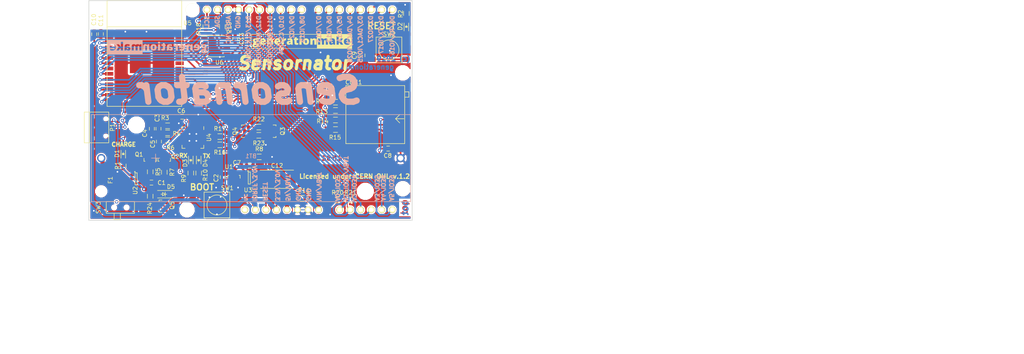
<source format=kicad_pcb>
(kicad_pcb (version 20171130) (host pcbnew 5.0.2-bee76a0~70~ubuntu18.04.1)
  (title_block (title "ArduHMI Shield") (date 2018-10-08) (rev 1.0) (company generationmake))
  (layers (0 F.Cu signal) (31 B.Cu signal) (34 B.Paste user) (35 F.Paste user) (36 B.SilkS user) (37 F.SilkS user) (38 B.Mask user) (39 F.Mask user) (44 Edge.Cuts user))
  (net 0 "")
  (net 1 GND)
  (net 2 VIO)
  (net 3 VIN)
  (net 4 +3V3)
  (net 5 "Net-(Q1-Pad3)")
  (net 6 "Net-(CN1-Pad27)")
  (net 7 +BATT)
  (net 8 /EXT_RX)
  (net 9 /ARDUINO_8)
  (net 10 /ARDUINO_9)
  (net 11 /SPI_CS_EXT)
  (net 12 /SPI_MOSI)
  (net 13 /SPI_MISO)
  (net 14 /SPI_CLK)
  (net 15 /I2C_SDA)
  (net 16 /I2C_SCL)
  (net 17 /EXT_TX)
  (net 18 /ARDUINO_2)
  (net 19 /DAC_1)
  (net 20 /DAC_2)
  (net 21 /ARDUINO_5)
  (net 22 /ARDUINO_6)
  (net 23 /ARDUINO_7)
  (net 24 /ADC_5)
  (net 25 /ADC_4)
  (net 26 /ADC_3)
  (net 27 /ADC_2)
  (net 28 /ADC_1)
  (net 29 /ADC_0)
  (net 30 "Net-(D1-Pad1)")
  (net 31 "Net-(D2-Pad2)")
  (net 32 "Net-(D3-Pad2)")
  (net 33 "Net-(D3-Pad1)")
  (net 34 "Net-(D4-Pad1)")
  (net 35 "Net-(D4-Pad2)")
  (net 36 "Net-(P1-Pad2)")
  (net 37 "Net-(P1-Pad3)")
  (net 38 "Net-(R1-Pad1)")
  (net 39 "Net-(R3-Pad1)")
  (net 40 "Net-(R6-Pad1)")
  (net 41 "Net-(Q2-Pad3)")
  (net 42 "Net-(U1-Pad2)")
  (net 43 /SPI_CS_SD)
  (net 44 "Net-(BT1-Pad1)")
  (net 45 /SPI_MISO_R)
  (net 46 /SPI_CLK_R)
  (net 47 /SPI_MOSI_R)
  (net 48 /SPI_CS_SD_R)
  (net 49 "/USB and Power/CHR_100MA")
  (net 50 "/USB and Power/CHR_500MA")
  (net 51 "/USB and Power/PROG")
  (net 52 "/USB and Power/TX_R")
  (net 53 TX)
  (net 54 RX)
  (net 55 "/USB and Power/RX_R")
  (net 56 RESET)
  (net 57 "/USB and Power/DTR_R")
  (net 58 "/USB and Power/DTR")
  (net 59 "/USB and Power/RTS")
  (net 60 "/USB and Power/RTS_R")
  (net 61 BOOT)
  (net 62 "Net-(F1-Pad2)")
  (net 63 VCC)
  (net 64 "Net-(Q5-Pad1)")
  (module labels:generationmake_logo (layer B.Cu) (at 61.7 93.5 180)
    (fp_text reference G*** hide)
    (fp_text value generationmake_logo hide)
  )
  (module MODULE_compute:ARDUINO (layer F.Cu) (at 54.7 130)
    (fp_text reference CN1 hide)
    (fp_text value ARDUINO)
    (pad 0 thru_hole circle (at 63.5 -50.8) (size 1.6 1.6) (drill 1) (layers *.Cu *.Mask F.SilkS) (net 8 /EXT_RX))
    (pad 8 thru_hole circle (at 41.656 -50.8) (size 1.6 1.6) (drill 1) (layers *.Cu *.Mask F.SilkS) (net 9 /ARDUINO_8))
    (pad 9 thru_hole circle (at 39.116 -50.8) (size 1.6 1.6) (drill 1) (layers *.Cu *.Mask F.SilkS) (net 10 /ARDUINO_9))
    (pad 10 thru_hole circle (at 36.576 -50.8) (size 1.6 1.6) (drill 1) (layers *.Cu *.Mask F.SilkS) (net 11 /SPI_CS_EXT))
    (pad 11 thru_hole circle (at 34.036 -50.8) (size 1.6 1.6) (drill 1) (layers *.Cu *.Mask F.SilkS) (net 12 /SPI_MOSI))
    (pad 12 thru_hole circle (at 31.496 -50.8) (size 1.6 1.6) (drill 1) (layers *.Cu *.Mask F.SilkS) (net 13 /SPI_MISO))
    (pad 13 thru_hole circle (at 28.956 -50.8) (size 1.6 1.6) (drill 1) (layers *.Cu *.Mask F.SilkS) (net 14 /SPI_CLK))
    (pad 14 thru_hole circle (at 26.416 -50.8) (size 1.6 1.6) (drill 1) (layers *.Cu *.Mask F.SilkS) (net 1 GND))
    (pad 15 thru_hole circle (at 23.876 -50.8) (size 1.6 1.6) (drill 1) (layers *.Cu *.Mask F.SilkS))
    (pad 16 thru_hole circle (at 21.336 -50.8) (size 1.6 1.6) (drill 1) (layers *.Cu *.Mask F.SilkS) (net 15 /I2C_SDA))
    (pad 17 thru_hole circle (at 18.796 -50.8) (size 1.6 1.6) (drill 1) (layers *.Cu *.Mask F.SilkS) (net 16 /I2C_SCL))
    (pad 1 thru_hole circle (at 60.96 -50.8) (size 1.6 1.6) (drill 1) (layers *.Cu *.Mask F.SilkS) (net 17 /EXT_TX))
    (pad 2 thru_hole circle (at 58.42 -50.8) (size 1.6 1.6) (drill 1) (layers *.Cu *.Mask F.SilkS) (net 18 /ARDUINO_2))
    (pad 3 thru_hole circle (at 55.88 -50.8) (size 1.6 1.6) (drill 1) (layers *.Cu *.Mask F.SilkS) (net 19 /DAC_1))
    (pad 4 thru_hole circle (at 53.34 -50.8) (size 1.6 1.6) (drill 1) (layers *.Cu *.Mask F.SilkS) (net 20 /DAC_2))
    (pad 5 thru_hole circle (at 50.8 -50.8) (size 1.6 1.6) (drill 1) (layers *.Cu *.Mask F.SilkS) (net 21 /ARDUINO_5))
    (pad 6 thru_hole circle (at 48.26 -50.8) (size 1.6 1.6) (drill 1) (layers *.Cu *.Mask F.SilkS) (net 22 /ARDUINO_6))
    (pad 7 thru_hole circle (at 45.72 -50.8) (size 1.6 1.6) (drill 1) (layers *.Cu *.Mask F.SilkS) (net 23 /ARDUINO_7))
    (pad 24 thru_hole circle (at 45.72 -2.54) (size 1.6 1.6) (drill 1) (layers *.Cu *.Mask F.SilkS) (net 63 VCC))
    (pad 25 thru_hole circle (at 43.18 -2.54) (size 1.6 1.6) (drill 1) (layers *.Cu *.Mask F.SilkS) (net 1 GND))
    (pad 26 thru_hole circle (at 40.64 -2.54) (size 1.6 1.6) (drill 1) (layers *.Cu *.Mask F.SilkS) (net 1 GND))
    (pad 27 thru_hole circle (at 38.1 -2.54) (size 1.6 1.6) (drill 1) (layers *.Cu *.Mask F.SilkS) (net 6 "Net-(CN1-Pad27)"))
    (pad 28 thru_hole circle (at 35.56 -2.54) (size 1.6 1.6) (drill 1) (layers *.Cu *.Mask F.SilkS) (net 4 +3V3))
    (pad 29 thru_hole circle (at 33.02 -2.54) (size 1.6 1.6) (drill 1) (layers *.Cu *.Mask F.SilkS) (net 56 RESET))
    (pad 30 thru_hole circle (at 30.48 -2.54) (size 1.6 1.6) (drill 1) (layers *.Cu *.Mask F.SilkS) (net 4 +3V3))
    (pad 31 thru_hole circle (at 27.94 -2.54) (size 1.6 1.6) (drill 1) (layers *.Cu *.Mask F.SilkS))
    (pad 18 thru_hole circle (at 63.5 -2.54) (size 1.6 1.6) (drill 1) (layers *.Cu *.Mask F.SilkS) (net 24 /ADC_5))
    (pad 19 thru_hole circle (at 60.96 -2.54) (size 1.6 1.6) (drill 1) (layers *.Cu *.Mask F.SilkS) (net 25 /ADC_4))
    (pad 20 thru_hole circle (at 58.42 -2.54) (size 1.6 1.6) (drill 1) (layers *.Cu *.Mask F.SilkS) (net 26 /ADC_3))
    (pad 21 thru_hole circle (at 55.88 -2.54) (size 1.6 1.6) (drill 1) (layers *.Cu *.Mask F.SilkS) (net 27 /ADC_2))
    (pad 22 thru_hole circle (at 53.34 -2.54) (size 1.6 1.6) (drill 1) (layers *.Cu *.Mask F.SilkS) (net 28 /ADC_1))
    (pad 23 thru_hole circle (at 50.8 -2.54) (size 1.6 1.6) (drill 1) (layers *.Cu *.Mask F.SilkS) (net 29 /ADC_0))
    (pad "" np_thru_hole circle (at 13.97 -2.54) (size 3.175 3.175) (drill 3.175) (layers *.Cu *.Mask F.SilkS))
    (pad "" np_thru_hole circle (at 15.24 -50.8) (size 3.175 3.175) (drill 3.175) (layers *.Cu *.Mask F.SilkS))
    (pad "" np_thru_hole circle (at 66.04 -7.62) (size 3.175 3.175) (drill 3.175) (layers *.Cu *.Mask F.SilkS))
    (pad "" np_thru_hole circle (at 66.04 -35.56) (size 3.175 3.175) (drill 3.175) (layers *.Cu *.Mask F.SilkS))
  )
  (module capacitors:C_0603 (layer F.Cu) (at 67.5 105 180)
    (fp_text reference C6 (at 0.2 1.4 180) (layer F.SilkS))
    (fp_text value 100n)
    (pad 2 smd rect (at 0.75 0 180) (size 0.8 0.75) (layers F.Cu F.Paste F.Mask) (net 1 GND))
    (pad 1 smd rect (at -0.75 0 180) (size 0.8 0.75) (layers F.Cu F.Paste F.Mask) (net 2 VIO))
  )
  (module MECH_battery_holder:KEYSTONE_1043 (layer B.Cu) (at 84.1 115)
    (fp_text reference BT1 (at 0 -0.5) (layer B.SilkS) (effects (justify mirror)))
    (fp_text value Battery)
    (pad "" np_thru_hole circle (at -36.11 8) (size 2.39 2.39) (drill 2.39) (layers *.Cu *.Mask))
    (pad "" np_thru_hole circle (at 27.6 8) (size 3.55 3.55) (drill 3.55) (layers *.Cu *.Mask))
    (pad "" np_thru_hole circle (at -27.6 -8) (size 3.55 3.55) (drill 3.55) (layers *.Cu *.Mask))
    (pad 2 thru_hole circle (at 36.11 0) (size 2 2) (drill 1.32) (layers *.Cu *.Mask) (net 1 GND))
    (pad 1 thru_hole circle (at -36.11 0) (size 2 2) (drill 1.32) (layers *.Cu *.Mask) (net 44 "Net-(BT1-Pad1)"))
  )
  (module capacitors:C_0603 (layer F.Cu) (at 60.1 120.9)
    (fp_text reference C1 (at 2.45 0.05) (layer F.SilkS))
    (fp_text value 1u)
    (pad 2 smd rect (at 0.75 0) (size 0.8 0.75) (layers F.Cu F.Paste F.Mask) (net 1 GND))
    (pad 1 smd rect (at -0.75 0) (size 0.8 0.75) (layers F.Cu F.Paste F.Mask) (net 3 VIN))
  )
  (module capacitors:C_0603 (layer F.Cu) (at 77.3 119.6 270)
    (fp_text reference C2 (at 0.2 1.6 270) (layer F.SilkS))
    (fp_text value 1u)
    (pad 2 smd rect (at 0.75 0 270) (size 0.8 0.75) (layers F.Cu F.Paste F.Mask) (net 1 GND))
    (pad 1 smd rect (at -0.75 0 270) (size 0.8 0.75) (layers F.Cu F.Paste F.Mask) (net 63 VCC))
  )
  (module resistors:R_0603 (layer F.Cu) (at 53.3 116.9 90)
    (fp_text reference R1 (at 0.1 -1.4 90) (layer F.SilkS))
    (fp_text value 4k7)
    (pad 2 smd rect (at 0.75 0 90) (size 0.5 0.9) (layers F.Cu F.Paste F.Mask) (net 30 "Net-(D1-Pad1)"))
    (pad 1 smd rect (at -0.75 0 90) (size 0.5 0.9) (layers F.Cu F.Paste F.Mask) (net 38 "Net-(R1-Pad1)"))
  )
  (module resistors:R_0603 (layer F.Cu) (at 121.6 80.1 90)
    (fp_text reference R2 (at -0.1 -1.4 90) (layer F.SilkS))
    (fp_text value 1k)
    (pad 2 smd rect (at 0.75 0 90) (size 0.5 0.9) (layers F.Cu F.Paste F.Mask) (net 18 /ARDUINO_2))
    (pad 1 smd rect (at -0.75 0 90) (size 0.5 0.9) (layers F.Cu F.Paste F.Mask) (net 31 "Net-(D2-Pad2)"))
  )
  (module capacitors:C_0603 (layer F.Cu) (at 61.8 107.9 270)
    (fp_text reference C3 (at -2.6 0.3 270) (layer F.SilkS))
    (fp_text value 10u)
    (pad 2 smd rect (at 0.75 0 270) (size 0.8 0.75) (layers F.Cu F.Paste F.Mask) (net 1 GND))
    (pad 1 smd rect (at -0.75 0 270) (size 0.8 0.75) (layers F.Cu F.Paste F.Mask) (net 3 VIN))
  )
  (module capacitors:C_0603 (layer F.Cu) (at 60.2 107.9 270)
    (fp_text reference C4 (at 1.1 1.7 270) (layer F.SilkS))
    (fp_text value 100n)
    (pad 2 smd rect (at 0.75 0 270) (size 0.8 0.75) (layers F.Cu F.Paste F.Mask) (net 1 GND))
    (pad 1 smd rect (at -0.75 0 270) (size 0.8 0.75) (layers F.Cu F.Paste F.Mask) (net 3 VIN))
  )
  (module capacitors:C_0603 (layer F.Cu) (at 46.3 85.1 90)
    (fp_text reference C10 (at 3.5 -0.1 90) (layer F.SilkS))
    (fp_text value 10u)
    (pad 2 smd rect (at 0.75 0 90) (size 0.8 0.75) (layers F.Cu F.Paste F.Mask) (net 1 GND))
    (pad 1 smd rect (at -0.75 0 90) (size 0.8 0.75) (layers F.Cu F.Paste F.Mask) (net 4 +3V3))
  )
  (module capacitors:C_0603 (layer F.Cu) (at 47.9 85.05 90)
    (fp_text reference C11 (at 3.25 0 90) (layer F.SilkS))
    (fp_text value 100n)
    (pad 2 smd rect (at 0.75 0 90) (size 0.8 0.75) (layers F.Cu F.Paste F.Mask) (net 1 GND))
    (pad 1 smd rect (at -0.75 0 90) (size 0.8 0.75) (layers F.Cu F.Paste F.Mask) (net 4 +3V3))
  )
  (module LEDs:LED_0603 (layer F.Cu) (at 53.3 113.9 90)
    (fp_text reference D1 (at 0 -1.5 90) (layer F.SilkS))
    (fp_text value yellow)
    (pad 1 smd rect (at -0.7493 0 270) (size 0.79756 0.79756) (layers F.Cu F.Paste F.Mask) (net 30 "Net-(D1-Pad1)"))
    (pad 2 smd rect (at 0.7493 0 270) (size 0.79756 0.79756) (layers F.Cu F.Paste F.Mask) (net 3 VIN))
  )
  (module SOT_TO:SOT-23-5 (layer F.Cu) (at 56.4 120)
    (fp_text reference U2 (at -0.2 2.8 90) (layer F.SilkS))
    (fp_text value MCP73831)
    (pad 5 smd rect (at 1.1 -0.95) (size 1.06 0.65) (layers F.Cu F.Paste F.Mask) (net 51 "/USB and Power/PROG"))
    (pad 4 smd rect (at 1.1 0.95) (size 1.06 0.65) (layers F.Cu F.Paste F.Mask) (net 3 VIN))
    (pad 3 smd rect (at -1.1 0.95) (size 1.06 0.65) (layers F.Cu F.Paste F.Mask) (net 7 +BATT))
    (pad 2 smd rect (at -1.1 0) (size 1.06 0.65) (layers F.Cu F.Paste F.Mask) (net 1 GND))
    (pad 1 smd rect (at -1.1 -0.95) (size 1.06 0.65) (layers F.Cu F.Paste F.Mask) (net 38 "Net-(R1-Pad1)"))
  )
  (module capacitors:C_0603 (layer F.Cu) (at 61.9 111 90)
    (fp_text reference C5 (at -0.6 -1.5 90) (layer F.SilkS))
    (fp_text value 10u)
    (pad 2 smd rect (at 0.75 0 90) (size 0.8 0.75) (layers F.Cu F.Paste F.Mask) (net 1 GND))
    (pad 1 smd rect (at -0.75 0 90) (size 0.8 0.75) (layers F.Cu F.Paste F.Mask) (net 2 VIO))
  )
  (module capacitors:C_0603 (layer F.Cu) (at 83.8 116.8 180)
    (fp_text reference C7 (at 3.1 0.7 180) (layer F.SilkS))
    (fp_text value 1u)
    (pad 2 smd rect (at 0.75 0 180) (size 0.8 0.75) (layers F.Cu F.Paste F.Mask) (net 1 GND))
    (pad 1 smd rect (at -0.75 0 180) (size 0.8 0.75) (layers F.Cu F.Paste F.Mask) (net 4 +3V3))
  )
  (module capacitors:C_0603 (layer F.Cu) (at 117.2 112.7)
    (fp_text reference C8 (at -0.1 1.7) (layer F.SilkS))
    (fp_text value 100n)
    (pad 2 smd rect (at 0.75 0) (size 0.8 0.75) (layers F.Cu F.Paste F.Mask) (net 1 GND))
    (pad 1 smd rect (at -0.75 0) (size 0.8 0.75) (layers F.Cu F.Paste F.Mask) (net 4 +3V3))
  )
  (module capacitors:C_0603 (layer F.Cu) (at 111 90.2 90)
    (fp_text reference C9 (at 0 -1.9 90) (layer F.SilkS))
    (fp_text value 100n)
    (pad 2 smd rect (at 0.75 0 90) (size 0.8 0.75) (layers F.Cu F.Paste F.Mask) (net 1 GND))
    (pad 1 smd rect (at -0.75 0 90) (size 0.8 0.75) (layers F.Cu F.Paste F.Mask) (net 56 RESET))
  )
  (module LEDs:LED_0603 (layer F.Cu) (at 121.6 83.2 90)
    (fp_text reference D2 (at 0 -1.5 90) (layer F.SilkS))
    (fp_text value blue)
    (pad 1 smd rect (at -0.7493 0 270) (size 0.79756 0.79756) (layers F.Cu F.Paste F.Mask) (net 1 GND))
    (pad 2 smd rect (at 0.7493 0 270) (size 0.79756 0.79756) (layers F.Cu F.Paste F.Mask) (net 31 "Net-(D2-Pad2)"))
  )
  (module LEDs:LED_0603 (layer F.Cu) (at 69.6 115.6 270)
    (fp_text reference D3 (at 0.6 1.4 270) (layer F.SilkS))
    (fp_text value green)
    (pad 1 smd rect (at -0.7493 0 90) (size 0.79756 0.79756) (layers F.Cu F.Paste F.Mask) (net 33 "Net-(D3-Pad1)"))
    (pad 2 smd rect (at 0.7493 0 90) (size 0.79756 0.79756) (layers F.Cu F.Paste F.Mask) (net 32 "Net-(D3-Pad2)"))
  )
  (module LEDs:LED_0603 (layer F.Cu) (at 71.5 115.6 270)
    (fp_text reference D4 (at 0.6 -1.6 270) (layer F.SilkS))
    (fp_text value red)
    (pad 1 smd rect (at -0.7493 0 90) (size 0.79756 0.79756) (layers F.Cu F.Paste F.Mask) (net 34 "Net-(D4-Pad1)"))
    (pad 2 smd rect (at 0.7493 0 90) (size 0.79756 0.79756) (layers F.Cu F.Paste F.Mask) (net 35 "Net-(D4-Pad2)"))
  )
  (module resistors:R_0603 (layer F.Cu) (at 64 107.2 180)
    (fp_text reference R3 (at 0.6 1.9 180) (layer F.SilkS))
    (fp_text value 22k1)
    (pad 2 smd rect (at 0.75 0 180) (size 0.5 0.9) (layers F.Cu F.Paste F.Mask) (net 3 VIN))
    (pad 1 smd rect (at -0.75 0 180) (size 0.5 0.9) (layers F.Cu F.Paste F.Mask) (net 39 "Net-(R3-Pad1)"))
  )
  (module resistors:R_0603 (layer F.Cu) (at 64 108.9)
    (fp_text reference R4 (at 2.2 0.2) (layer F.SilkS))
    (fp_text value 47k5)
    (pad 2 smd rect (at 0.75 0) (size 0.5 0.9) (layers F.Cu F.Paste F.Mask) (net 39 "Net-(R3-Pad1)"))
    (pad 1 smd rect (at -0.75 0) (size 0.5 0.9) (layers F.Cu F.Paste F.Mask) (net 1 GND))
  )
  (module resistors:R_0603 (layer F.Cu) (at 59.8 118.3 270)
    (fp_text reference R5 (at 0 -1.9 270) (layer F.SilkS))
    (fp_text value 10k)
    (pad 2 smd rect (at 0.75 0 270) (size 0.5 0.9) (layers F.Cu F.Paste F.Mask) (net 51 "/USB and Power/PROG"))
    (pad 1 smd rect (at -0.75 0 270) (size 0.5 0.9) (layers F.Cu F.Paste F.Mask) (net 5 "Net-(Q1-Pad3)"))
  )
  (module resistors:R_0603 (layer F.Cu) (at 64 110.6 180)
    (fp_text reference R6 (at -0.7 -1.9 180) (layer F.SilkS))
    (fp_text value 1k)
    (pad 2 smd rect (at 0.75 0 180) (size 0.5 0.9) (layers F.Cu F.Paste F.Mask) (net 2 VIO))
    (pad 1 smd rect (at -0.75 0 180) (size 0.5 0.9) (layers F.Cu F.Paste F.Mask) (net 40 "Net-(R6-Pad1)"))
  )
  (module resistors:R_0603 (layer F.Cu) (at 63.2 118.4 270)
    (fp_text reference R7 (at 0 -1.9 270) (layer F.SilkS))
    (fp_text value 2k5)
    (pad 2 smd rect (at 0.75 0 270) (size 0.5 0.9) (layers F.Cu F.Paste F.Mask) (net 51 "/USB and Power/PROG"))
    (pad 1 smd rect (at -0.75 0 270) (size 0.5 0.9) (layers F.Cu F.Paste F.Mask) (net 41 "Net-(Q2-Pad3)"))
  )
  (module resistors:R_0603 (layer F.Cu) (at 86.1 114.7 180)
    (fp_text reference R8 (at 0 1.9 180) (layer F.SilkS))
    (fp_text value 10k)
    (pad 2 smd rect (at 0.75 0 180) (size 0.5 0.9) (layers F.Cu F.Paste F.Mask) (net 4 +3V3))
    (pad 1 smd rect (at -0.75 0 180) (size 0.5 0.9) (layers F.Cu F.Paste F.Mask) (net 56 RESET))
  )
  (module resistors:R_0603 (layer F.Cu) (at 69.6 118.6 270)
    (fp_text reference R9 (at 1.3 1.7 270) (layer F.SilkS))
    (fp_text value 1k)
    (pad 2 smd rect (at 0.75 0 270) (size 0.5 0.9) (layers F.Cu F.Paste F.Mask) (net 2 VIO))
    (pad 1 smd rect (at -0.75 0 270) (size 0.5 0.9) (layers F.Cu F.Paste F.Mask) (net 32 "Net-(D3-Pad2)"))
  )
  (module resistors:R_0603 (layer F.Cu) (at 71.5 118.6 270)
    (fp_text reference R10 (at 0.5 -1.6 270) (layer F.SilkS))
    (fp_text value 1k)
    (pad 2 smd rect (at 0.75 0 270) (size 0.5 0.9) (layers F.Cu F.Paste F.Mask) (net 2 VIO))
    (pad 1 smd rect (at -0.75 0 270) (size 0.5 0.9) (layers F.Cu F.Paste F.Mask) (net 35 "Net-(D4-Pad2)"))
  )
  (module resistors:R_0603 (layer F.Cu) (at 96.5 124.7)
    (fp_text reference R11 (at 0.4 -1.9) (layer F.SilkS))
    (fp_text value 0r)
    (pad 2 smd rect (at 0.75 0) (size 0.5 0.9) (layers F.Cu F.Paste F.Mask) (net 63 VCC))
    (pad 1 smd rect (at -0.75 0) (size 0.5 0.9) (layers F.Cu F.Paste F.Mask) (net 6 "Net-(CN1-Pad27)"))
  )
  (module QFN:QFN-28-1EP_5x5mm_Pitch0.5mm (layer F.Cu) (at 70.1 110 270)
    (fp_text reference U4 (at 0 -3.875 270) (layer F.SilkS))
    (fp_text value CP2102N_28)
    (pad 29 smd rect (at -0.8375 -0.8375 270) (size 1.675 1.675) (layers F.Cu F.Paste F.Mask) (net 1 GND))
    (pad 29 smd rect (at -0.8375 0.8375 270) (size 1.675 1.675) (layers F.Cu F.Paste F.Mask) (net 1 GND))
    (pad 29 smd rect (at 0.8375 -0.8375 270) (size 1.675 1.675) (layers F.Cu F.Paste F.Mask) (net 1 GND))
    (pad 29 smd rect (at 0.8375 0.8375 270) (size 1.675 1.675) (layers F.Cu F.Paste F.Mask) (net 1 GND))
    (pad 28 smd oval (at -1.5 -2.45) (size 0.85 0.3) (layers F.Cu F.Paste F.Mask) (net 58 "/USB and Power/DTR"))
    (pad 27 smd oval (at -1 -2.45) (size 0.85 0.3) (layers F.Cu F.Paste F.Mask))
    (pad 26 smd oval (at -0.5 -2.45) (size 0.85 0.3) (layers F.Cu F.Paste F.Mask) (net 55 "/USB and Power/RX_R"))
    (pad 25 smd oval (at 0 -2.45) (size 0.85 0.3) (layers F.Cu F.Paste F.Mask) (net 52 "/USB and Power/TX_R"))
    (pad 24 smd oval (at 0.5 -2.45) (size 0.85 0.3) (layers F.Cu F.Paste F.Mask) (net 59 "/USB and Power/RTS"))
    (pad 23 smd oval (at 1 -2.45) (size 0.85 0.3) (layers F.Cu F.Paste F.Mask))
    (pad 22 smd oval (at 1.5 -2.45) (size 0.85 0.3) (layers F.Cu F.Paste F.Mask))
    (pad 21 smd oval (at 2.45 -1.5 270) (size 0.85 0.3) (layers F.Cu F.Paste F.Mask))
    (pad 20 smd oval (at 2.45 -1 270) (size 0.85 0.3) (layers F.Cu F.Paste F.Mask))
    (pad 19 smd oval (at 2.45 -0.5 270) (size 0.85 0.3) (layers F.Cu F.Paste F.Mask) (net 34 "Net-(D4-Pad1)"))
    (pad 18 smd oval (at 2.45 0 270) (size 0.85 0.3) (layers F.Cu F.Paste F.Mask) (net 33 "Net-(D3-Pad1)"))
    (pad 17 smd oval (at 2.45 0.5 270) (size 0.85 0.3) (layers F.Cu F.Paste F.Mask))
    (pad 16 smd oval (at 2.45 1 270) (size 0.85 0.3) (layers F.Cu F.Paste F.Mask))
    (pad 15 smd oval (at 2.45 1.5 270) (size 0.85 0.3) (layers F.Cu F.Paste F.Mask) (net 50 "/USB and Power/CHR_500MA"))
    (pad 14 smd oval (at 1.5 2.45) (size 0.85 0.3) (layers F.Cu F.Paste F.Mask))
    (pad 13 smd oval (at 1 2.45) (size 0.85 0.3) (layers F.Cu F.Paste F.Mask) (net 49 "/USB and Power/CHR_100MA"))
    (pad 12 smd oval (at 0.5 2.45) (size 0.85 0.3) (layers F.Cu F.Paste F.Mask))
    (pad 11 smd oval (at 0 2.45) (size 0.85 0.3) (layers F.Cu F.Paste F.Mask))
    (pad 10 smd oval (at -0.5 2.45) (size 0.85 0.3) (layers F.Cu F.Paste F.Mask))
    (pad 9 smd oval (at -1 2.45) (size 0.85 0.3) (layers F.Cu F.Paste F.Mask) (net 40 "Net-(R6-Pad1)"))
    (pad 8 smd oval (at -1.5 2.45) (size 0.85 0.3) (layers F.Cu F.Paste F.Mask) (net 39 "Net-(R3-Pad1)"))
    (pad 7 smd oval (at -2.45 1.5 270) (size 0.85 0.3) (layers F.Cu F.Paste F.Mask) (net 3 VIN))
    (pad 6 smd oval (at -2.45 1 270) (size 0.85 0.3) (layers F.Cu F.Paste F.Mask) (net 2 VIO))
    (pad 5 smd oval (at -2.45 0.5 270) (size 0.85 0.3) (layers F.Cu F.Paste F.Mask) (net 36 "Net-(P1-Pad2)"))
    (pad 4 smd oval (at -2.45 0 270) (size 0.85 0.3) (layers F.Cu F.Paste F.Mask) (net 37 "Net-(P1-Pad3)"))
    (pad 3 smd oval (at -2.45 -0.5 270) (size 0.85 0.3) (layers F.Cu F.Paste F.Mask) (net 1 GND))
    (pad 2 smd oval (at -2.45 -1 270) (size 0.85 0.3) (layers F.Cu F.Paste F.Mask))
    (pad 1 smd oval (at -2.45 -1.5 270) (size 0.85 0.3) (layers F.Cu F.Paste F.Mask))
  )
  (module MODULE_compute:ESP32-WROOM-32 (layer F.Cu) (at 58.4 92)
    (fp_text reference U5 (at 10.4 -9.6) (layer F.SilkS))
    (fp_text value ESP32_WROOM_32)
    (pad 24 smd rect (at 5.715 10 90) (size 2 0.9) (layers F.Cu F.Paste F.Mask) (net 10 /ARDUINO_9))
    (pad 23 smd rect (at 4.445 10 90) (size 2 0.9) (layers F.Cu F.Paste F.Mask) (net 9 /ARDUINO_8))
    (pad 22 smd rect (at 3.175 10 90) (size 2 0.9) (layers F.Cu F.Paste F.Mask))
    (pad 21 smd rect (at 1.905 10 90) (size 2 0.9) (layers F.Cu F.Paste F.Mask))
    (pad 20 smd rect (at 0.635 10 90) (size 2 0.9) (layers F.Cu F.Paste F.Mask))
    (pad 15 smd rect (at -5.715 10 90) (size 2 0.9) (layers F.Cu F.Paste F.Mask) (net 1 GND))
    (pad 16 smd rect (at -4.445 10 90) (size 2 0.9) (layers F.Cu F.Paste F.Mask) (net 23 /ARDUINO_7))
    (pad 17 smd rect (at -3.175 10 90) (size 2 0.9) (layers F.Cu F.Paste F.Mask))
    (pad 18 smd rect (at -1.905 10 90) (size 2 0.9) (layers F.Cu F.Paste F.Mask))
    (pad 19 smd rect (at -0.635 10 90) (size 2 0.9) (layers F.Cu F.Paste F.Mask))
    (pad 25 smd rect (at 8.5 9) (size 2 0.9) (layers F.Cu F.Paste F.Mask) (net 61 BOOT))
    (pad 26 smd rect (at 8.5 7.73) (size 2 0.9) (layers F.Cu F.Paste F.Mask) (net 11 /SPI_CS_EXT))
    (pad 27 smd rect (at 8.5 6.46) (size 2 0.9) (layers F.Cu F.Paste F.Mask) (net 8 /EXT_RX))
    (pad 28 smd rect (at 8.5 5.19) (size 2 0.9) (layers F.Cu F.Paste F.Mask) (net 17 /EXT_TX))
    (pad 29 smd rect (at 8.5 3.92) (size 2 0.9) (layers F.Cu F.Paste F.Mask) (net 43 /SPI_CS_SD))
    (pad 30 smd rect (at 8.5 2.65) (size 2 0.9) (layers F.Cu F.Paste F.Mask) (net 14 /SPI_CLK))
    (pad 31 smd rect (at 8.5 1.38) (size 2 0.9) (layers F.Cu F.Paste F.Mask) (net 13 /SPI_MISO))
    (pad 38 smd rect (at 8.5 -7.51) (size 2 0.9) (layers F.Cu F.Paste F.Mask) (net 1 GND))
    (pad 37 smd rect (at 8.5 -6.24) (size 2 0.9) (layers F.Cu F.Paste F.Mask) (net 12 /SPI_MOSI))
    (pad 36 smd rect (at 8.5 -4.97) (size 2 0.9) (layers F.Cu F.Paste F.Mask) (net 16 /I2C_SCL))
    (pad 35 smd rect (at 8.5 -3.7) (size 2 0.9) (layers F.Cu F.Paste F.Mask) (net 53 TX))
    (pad 34 smd rect (at 8.5 -2.43) (size 2 0.9) (layers F.Cu F.Paste F.Mask) (net 54 RX))
    (pad 33 smd rect (at 8.5 -1.16) (size 2 0.9) (layers F.Cu F.Paste F.Mask) (net 15 /I2C_SDA))
    (pad 32 smd rect (at 8.5 0.11) (size 2 0.9) (layers F.Cu F.Paste F.Mask))
    (pad 14 smd rect (at -8.5 9) (size 2 0.9) (layers F.Cu F.Paste F.Mask) (net 22 /ARDUINO_6))
    (pad 13 smd rect (at -8.5 7.73) (size 2 0.9) (layers F.Cu F.Paste F.Mask) (net 21 /ARDUINO_5))
    (pad 12 smd rect (at -8.5 6.46) (size 2 0.9) (layers F.Cu F.Paste F.Mask) (net 18 /ARDUINO_2))
    (pad 11 smd rect (at -8.5 5.19) (size 2 0.9) (layers F.Cu F.Paste F.Mask) (net 20 /DAC_2))
    (pad 10 smd rect (at -8.5 3.92) (size 2 0.9) (layers F.Cu F.Paste F.Mask) (net 19 /DAC_1))
    (pad 9 smd rect (at -8.5 2.65) (size 2 0.9) (layers F.Cu F.Paste F.Mask) (net 28 /ADC_1))
    (pad 8 smd rect (at -8.5 1.38) (size 2 0.9) (layers F.Cu F.Paste F.Mask) (net 29 /ADC_0))
    (pad 1 smd rect (at -8.5 -7.51) (size 2 0.9) (layers F.Cu F.Paste F.Mask) (net 1 GND))
    (pad 2 smd rect (at -8.5 -6.24) (size 2 0.9) (layers F.Cu F.Paste F.Mask) (net 4 +3V3))
    (pad 3 smd rect (at -8.5 -4.97) (size 2 0.9) (layers F.Cu F.Paste F.Mask) (net 56 RESET))
    (pad 4 smd rect (at -8.5 -3.7) (size 2 0.9) (layers F.Cu F.Paste F.Mask) (net 25 /ADC_4))
    (pad 5 smd rect (at -8.5 -2.43) (size 2 0.9) (layers F.Cu F.Paste F.Mask) (net 24 /ADC_5))
    (pad 6 smd rect (at -8.5 -1.16) (size 2 0.9) (layers F.Cu F.Paste F.Mask) (net 27 /ADC_2))
    (pad 7 smd rect (at -8.5 0.11) (size 2 0.9) (layers F.Cu F.Paste F.Mask) (net 26 /ADC_3))
    (pad 39 smd rect (at -1 -0.01) (size 5 5) (layers F.Cu F.Paste F.Mask) (net 1 GND))
  )
  (module SOT_TO:SOT-23 (layer F.Cu) (at 59.8 115.1 180)
    (fp_text reference Q1 (at 2.7 1 180) (layer F.SilkS))
    (fp_text value 2N7002)
    (pad 3 smd rect (at 0 -0.99822 180) (size 0.8001 0.8001) (layers F.Cu F.Paste F.Mask) (net 5 "Net-(Q1-Pad3)"))
    (pad 2 smd rect (at 0.95 1.00076 180) (size 0.8001 0.8001) (layers F.Cu F.Paste F.Mask) (net 1 GND))
    (pad 1 smd rect (at -0.95 1.00076 180) (size 0.8001 0.8001) (layers F.Cu F.Paste F.Mask) (net 49 "/USB and Power/CHR_100MA"))
  )
  (module SOT_TO:SOT-23 (layer F.Cu) (at 63.2 115.1 180)
    (fp_text reference Q2 (at -2.6 0.5 180) (layer F.SilkS))
    (fp_text value 2N7002)
    (pad 3 smd rect (at 0 -0.99822 180) (size 0.8001 0.8001) (layers F.Cu F.Paste F.Mask) (net 41 "Net-(Q2-Pad3)"))
    (pad 2 smd rect (at 0.95 1.00076 180) (size 0.8001 0.8001) (layers F.Cu F.Paste F.Mask) (net 1 GND))
    (pad 1 smd rect (at -0.95 1.00076 180) (size 0.8001 0.8001) (layers F.Cu F.Paste F.Mask) (net 50 "/USB and Power/CHR_500MA"))
  )
  (module fuse_holders_and_fuses:Fuse_SMD1206_Reflow (layer F.Cu) (at 52.3 121.6 270)
    (fp_text reference F1 (at -1.3 2.1 270) (layer F.SilkS))
    (fp_text value F_Small)
    (pad 2 smd rect (at 1.20396 0) (size 2.02946 1.14046) (layers F.Cu F.Paste F.Mask) (net 62 "Net-(F1-Pad2)"))
    (pad 1 smd rect (at -1.20396 0) (size 2.02946 1.14046) (layers F.Cu F.Paste F.Mask) (net 7 +BATT))
  )
  (module SOT_TO:SOT-23 (layer F.Cu) (at 80 119.8)
    (fp_text reference U1 (at -1.2 -2.7) (layer F.SilkS))
    (fp_text value TPS383X)
    (pad 3 smd rect (at 0 -0.99822) (size 0.8001 0.8001) (layers F.Cu F.Paste F.Mask) (net 63 VCC))
    (pad 2 smd rect (at 0.95 1.00076) (size 0.8001 0.8001) (layers F.Cu F.Paste F.Mask) (net 42 "Net-(U1-Pad2)"))
    (pad 1 smd rect (at -0.95 1.00076) (size 0.8001 0.8001) (layers F.Cu F.Paste F.Mask) (net 1 GND))
  )
  (module SOT_TO:SOT-23-5 (layer F.Cu) (at 83.7 119.8)
    (fp_text reference U3 (at -0.3 2.9) (layer F.SilkS))
    (fp_text value TPS736XX)
    (pad 5 smd rect (at 1.1 -0.95) (size 1.06 0.65) (layers F.Cu F.Paste F.Mask) (net 4 +3V3))
    (pad 4 smd rect (at 1.1 0.95) (size 1.06 0.65) (layers F.Cu F.Paste F.Mask))
    (pad 3 smd rect (at -1.1 0.95) (size 1.06 0.65) (layers F.Cu F.Paste F.Mask) (net 42 "Net-(U1-Pad2)"))
    (pad 2 smd rect (at -1.1 0) (size 1.06 0.65) (layers F.Cu F.Paste F.Mask) (net 1 GND))
    (pad 1 smd rect (at -1.1 -0.95) (size 1.06 0.65) (layers F.Cu F.Paste F.Mask) (net 63 VCC))
  )
  (module mechanical-switches:WE_430182050816 (layer F.Cu) (at 75.9 126.3)
    (fp_text reference SW1 (at 2.5 -4.1) (layer F.SilkS))
    (fp_text value TAST_VER)
    (pad 4 smd rect (at 4 2.25) (size 1.55 1.3) (layers F.Cu F.Paste F.Mask) (net 1 GND))
    (pad 3 smd rect (at 4 -2.25) (size 1.55 1.3) (layers F.Cu F.Paste F.Mask) (net 61 BOOT))
    (pad 2 smd rect (at -4 2.25) (size 1.55 1.3) (layers F.Cu F.Paste F.Mask) (net 1 GND))
    (pad 1 smd rect (at -4 -2.25) (size 1.55 1.3) (layers F.Cu F.Paste F.Mask) (net 61 BOOT))
  )
  (module mechanical-switches:WE_430182050816 (layer F.Cu) (at 117.4 88.9)
    (fp_text reference SW2 (at 0.1 -3.8) (layer F.SilkS))
    (fp_text value TAST_VER)
    (pad 4 smd rect (at 4 2.25) (size 1.55 1.3) (layers F.Cu F.Paste F.Mask) (net 56 RESET))
    (pad 3 smd rect (at 4 -2.25) (size 1.55 1.3) (layers F.Cu F.Paste F.Mask) (net 1 GND))
    (pad 2 smd rect (at -4 2.25) (size 1.55 1.3) (layers F.Cu F.Paste F.Mask) (net 56 RESET))
    (pad 1 smd rect (at -4 -2.25) (size 1.55 1.3) (layers F.Cu F.Paste F.Mask) (net 1 GND))
  )
  (module resistors:R_0603 (layer F.Cu) (at 104.5 101.5 180)
    (fp_text reference R12 (at 3.3 0.2 180) (layer F.SilkS))
    (fp_text value 100R)
    (pad 2 smd rect (at 0.75 0 180) (size 0.5 0.9) (layers F.Cu F.Paste F.Mask) (net 43 /SPI_CS_SD))
    (pad 1 smd rect (at -0.75 0 180) (size 0.5 0.9) (layers F.Cu F.Paste F.Mask) (net 48 /SPI_CS_SD_R))
  )
  (module resistors:R_0603 (layer F.Cu) (at 104.5 103.5 180)
    (fp_text reference R13 (at 3.3 -0.3 180) (layer F.SilkS))
    (fp_text value 100R)
    (pad 2 smd rect (at 0.75 0 180) (size 0.5 0.9) (layers F.Cu F.Paste F.Mask) (net 12 /SPI_MOSI))
    (pad 1 smd rect (at -0.75 0 180) (size 0.5 0.9) (layers F.Cu F.Paste F.Mask) (net 47 /SPI_MOSI_R))
  )
  (module resistors:R_0603 (layer F.Cu) (at 104.5 105.8 180)
    (fp_text reference R14 (at 3.1 -0.3 180) (layer F.SilkS))
    (fp_text value 100R)
    (pad 2 smd rect (at 0.75 0 180) (size 0.5 0.9) (layers F.Cu F.Paste F.Mask) (net 14 /SPI_CLK))
    (pad 1 smd rect (at -0.75 0 180) (size 0.5 0.9) (layers F.Cu F.Paste F.Mask) (net 46 /SPI_CLK_R))
  )
  (module resistors:R_0603 (layer F.Cu) (at 104.5 108.1 180)
    (fp_text reference R15 (at 0.1 -1.9 180) (layer F.SilkS))
    (fp_text value 100R)
    (pad 2 smd rect (at 0.75 0 180) (size 0.5 0.9) (layers F.Cu F.Paste F.Mask) (net 13 /SPI_MISO))
    (pad 1 smd rect (at -0.75 0 180) (size 0.5 0.9) (layers F.Cu F.Paste F.Mask) (net 45 /SPI_MISO_R))
  )
  (module resistors:R_0603 (layer F.Cu) (at 76.6 111.8)
    (fp_text reference R16 (at 0 1.8) (layer F.SilkS))
    (fp_text value 100R)
    (pad 2 smd rect (at 0.75 0) (size 0.5 0.9) (layers F.Cu F.Paste F.Mask) (net 53 TX))
    (pad 1 smd rect (at -0.75 0) (size 0.5 0.9) (layers F.Cu F.Paste F.Mask) (net 52 "/USB and Power/TX_R"))
  )
  (module resistors:R_0603 (layer F.Cu) (at 76.6 109.8)
    (fp_text reference R17 (at 0 -1.9) (layer F.SilkS))
    (fp_text value 100R)
    (pad 2 smd rect (at 0.75 0) (size 0.5 0.9) (layers F.Cu F.Paste F.Mask) (net 54 RX))
    (pad 1 smd rect (at -0.75 0) (size 0.5 0.9) (layers F.Cu F.Paste F.Mask) (net 55 "/USB and Power/RX_R"))
  )
  (module resistors:R_0603 (layer F.Cu) (at 73.2 83.3 270)
    (fp_text reference R18 (at 0.5 1.7 270) (layer F.SilkS))
    (fp_text value 10k)
    (pad 2 smd rect (at 0.75 0 270) (size 0.5 0.9) (layers F.Cu F.Paste F.Mask) (net 4 +3V3))
    (pad 1 smd rect (at -0.75 0 270) (size 0.5 0.9) (layers F.Cu F.Paste F.Mask) (net 16 /I2C_SCL))
  )
  (module resistors:R_0603 (layer F.Cu) (at 77.2 83.3 270)
    (fp_text reference R19 (at 0.2 -1.7 270) (layer F.SilkS))
    (fp_text value 10k)
    (pad 2 smd rect (at 0.75 0 270) (size 0.5 0.9) (layers F.Cu F.Paste F.Mask) (net 4 +3V3))
    (pad 1 smd rect (at -0.75 0 270) (size 0.5 0.9) (layers F.Cu F.Paste F.Mask) (net 15 /I2C_SDA))
  )
  (module resistors:R_0603 (layer F.Cu) (at 104.9 125.1 180)
    (fp_text reference R20 (at -0.1 1.8 180) (layer F.SilkS))
    (fp_text value 330k)
    (pad 2 smd rect (at 0.75 0 180) (size 0.5 0.9) (layers F.Cu F.Paste F.Mask) (net 7 +BATT))
    (pad 1 smd rect (at -0.75 0 180) (size 0.5 0.9) (layers F.Cu F.Paste F.Mask) (net 28 /ADC_1))
  )
  (module resistors:R_0603 (layer F.Cu) (at 108.1 125.1 180)
    (fp_text reference R21 (at 0 1.8 180) (layer F.SilkS))
    (fp_text value 330k)
    (pad 2 smd rect (at 0.75 0 180) (size 0.5 0.9) (layers F.Cu F.Paste F.Mask) (net 28 /ADC_1))
    (pad 1 smd rect (at -0.75 0 180) (size 0.5 0.9) (layers F.Cu F.Paste F.Mask) (net 1 GND))
  )
  (module resistors:R_0603 (layer F.Cu) (at 86 107.5)
    (fp_text reference R22 (at 0 -1.9) (layer F.SilkS))
    (fp_text value 10k)
    (pad 2 smd rect (at 0.75 0) (size 0.5 0.9) (layers F.Cu F.Paste F.Mask) (net 57 "/USB and Power/DTR_R"))
    (pad 1 smd rect (at -0.75 0) (size 0.5 0.9) (layers F.Cu F.Paste F.Mask) (net 58 "/USB and Power/DTR"))
  )
  (module resistors:R_0603 (layer F.Cu) (at 86 109.5 180)
    (fp_text reference R23 (at 0 -1.9 180) (layer F.SilkS))
    (fp_text value 10k)
    (pad 2 smd rect (at 0.75 0 180) (size 0.5 0.9) (layers F.Cu F.Paste F.Mask) (net 60 "/USB and Power/RTS_R"))
    (pad 1 smd rect (at -0.75 0 180) (size 0.5 0.9) (layers F.Cu F.Paste F.Mask) (net 59 "/USB and Power/RTS"))
  )
  (module SOT_TO:SOT-23 (layer F.Cu) (at 89.5 108.5 270)
    (fp_text reference Q3 (at 0 -2.25 270) (layer F.SilkS))
    (fp_text value BC847)
    (pad 3 smd rect (at 0 -0.99822 270) (size 0.8001 0.8001) (layers F.Cu F.Paste F.Mask) (net 56 RESET))
    (pad 2 smd rect (at 0.95 1.00076 270) (size 0.8001 0.8001) (layers F.Cu F.Paste F.Mask) (net 59 "/USB and Power/RTS"))
    (pad 1 smd rect (at -0.95 1.00076 270) (size 0.8001 0.8001) (layers F.Cu F.Paste F.Mask) (net 57 "/USB and Power/DTR_R"))
  )
  (module SOT_TO:SOT-23 (layer F.Cu) (at 82.5 108.5 90)
    (fp_text reference Q4 (at 0 -2.25 90) (layer F.SilkS))
    (fp_text value BC847)
    (pad 3 smd rect (at 0 -0.99822 90) (size 0.8001 0.8001) (layers F.Cu F.Paste F.Mask) (net 61 BOOT))
    (pad 2 smd rect (at 0.95 1.00076 90) (size 0.8001 0.8001) (layers F.Cu F.Paste F.Mask) (net 58 "/USB and Power/DTR"))
    (pad 1 smd rect (at -0.95 1.00076 90) (size 0.8001 0.8001) (layers F.Cu F.Paste F.Mask) (net 60 "/USB and Power/RTS_R"))
  )
  (module CON_wuerth:WE_693071010811 (layer F.Cu) (at 107 111.5 90)
    (fp_text reference CON1 (at 14.8 1.9) (layer F.SilkS))
    (fp_text value Micro_SDCard)
    (pad 1 smd rect (at 8.94 10.7 90) (size 0.8 1.5) (layers F.Cu F.Paste F.Mask))
    (pad 2 smd rect (at 7.84 10.3 90) (size 0.8 1.5) (layers F.Cu F.Paste F.Mask) (net 48 /SPI_CS_SD_R))
    (pad 3 smd rect (at 6.74 10.7 90) (size 0.8 1.5) (layers F.Cu F.Paste F.Mask) (net 47 /SPI_MOSI_R))
    (pad 4 smd rect (at 5.64 10.9 90) (size 0.8 1.5) (layers F.Cu F.Paste F.Mask) (net 4 +3V3))
    (pad 5 smd rect (at 4.54 10.7 90) (size 0.8 1.5) (layers F.Cu F.Paste F.Mask) (net 46 /SPI_CLK_R))
    (pad 6 smd rect (at 3.44 10.9 90) (size 0.8 1.5) (layers F.Cu F.Paste F.Mask) (net 1 GND))
    (pad 7 smd rect (at 2.34 10.7 90) (size 0.8 1.5) (layers F.Cu F.Paste F.Mask) (net 45 /SPI_MISO_R))
    (pad 8 smd rect (at 1.24 10.7 90) (size 0.8 1.5) (layers F.Cu F.Paste F.Mask))
    (pad 9 smd rect (at 13.6 14.55 90) (size 1.4 1.9) (layers F.Cu F.Paste F.Mask))
    (pad 9 smd rect (at 0.45 13.55 90) (size 1.4 1.9) (layers F.Cu F.Paste F.Mask))
    (pad 10 smd rect (at 7.75 0.4 90) (size 1.8 1.4) (layers F.Cu F.Paste F.Mask))
    (pad 10 smd rect (at 2.05 0.4 90) (size 1.8 1.4) (layers F.Cu F.Paste F.Mask))
  )
  (module CON_wuerth:WE_629105136821 (layer F.Cu) (at 50 107.6 270)
    (fp_text reference P1 (at 0 -0.7 270) (layer F.SilkS))
    (fp_text value USB_OTG)
    (pad "" np_thru_hole circle (at -2.075 0.9 270) (size 0.7 0.7) (drill 0.7) (layers *.Cu *.Mask))
    (pad "" np_thru_hole circle (at 2.075 0.9 270) (size 0.7 0.7) (drill 0.7) (layers *.Cu *.Mask))
    (pad 6 smd rect (at 1.2 3.35 270) (size 1.9 1.9) (layers F.Cu F.Paste F.Mask) (net 1 GND))
    (pad 6 smd rect (at -1.2 3.35 270) (size 1.9 1.9) (layers F.Cu F.Paste F.Mask) (net 1 GND))
    (pad 6 smd rect (at 4 3.35 270) (size 1.8 1.9) (layers F.Cu F.Paste F.Mask) (net 1 GND))
    (pad 6 smd rect (at -4 3.35 270) (size 1.8 1.9) (layers F.Cu F.Paste F.Mask) (net 1 GND))
    (pad 1 smd rect (at -1.3 0.675 270) (size 0.4 1.35) (layers F.Cu F.Paste F.Mask) (net 3 VIN))
    (pad 2 smd rect (at -0.65 0.675 270) (size 0.4 1.35) (layers F.Cu F.Paste F.Mask) (net 36 "Net-(P1-Pad2)"))
    (pad 4 smd rect (at 0.65 0.675 270) (size 0.4 1.35) (layers F.Cu F.Paste F.Mask))
    (pad 3 smd rect (at 0 0.675 270) (size 0.4 1.35) (layers F.Cu F.Paste F.Mask) (net 37 "Net-(P1-Pad3)"))
    (pad 5 smd rect (at 1.3 0.675 270) (size 0.4 1.35) (layers F.Cu F.Paste F.Mask) (net 1 GND))
  )
  (module capacitors:TantalC_SizeD_EIA-7343_Reflow (layer F.Cu) (at 90.6 120.1)
    (fp_text reference C12 (at -0.20066 -3.29946) (layer F.SilkS))
    (fp_text value 100u/6.3V)
    (pad 1 smd rect (at -3.12 0) (size 2.37 2.43) (layers F.Cu F.Paste F.Mask) (net 4 +3V3))
    (pad 2 smd rect (at 3.12 0) (size 2.37 2.43) (layers F.Cu F.Paste F.Mask) (net 1 GND))
  )
  (module mechanical-switches:WE_450404015514 (layer F.Cu) (at 52.6 126.9 180)
    (fp_text reference SW3 (at 5.3 0 270) (layer F.SilkS))
    (fp_text value SWITCH_INV)
    (pad "" np_thru_hole circle (at -1.5 0 180) (size 0.9 0.9) (drill 0.9) (layers *.Cu *.Mask))
    (pad "" np_thru_hole circle (at 1.5 0 180) (size 0.9 0.9) (drill 0.9) (layers *.Cu *.Mask))
    (pad 0 smd rect (at 3.75 1.15 180) (size 1 0.8) (layers F.Cu F.Paste F.Mask))
    (pad 0 smd rect (at -3.75 1.15 180) (size 1 0.8) (layers F.Cu F.Paste F.Mask))
    (pad 0 smd rect (at 3.75 -1.15 180) (size 1 0.8) (layers F.Cu F.Paste F.Mask))
    (pad 0 smd rect (at -3.75 -1.15 180) (size 1 0.8) (layers F.Cu F.Paste F.Mask))
    (pad 1 smd rect (at 2.25 2.05 180) (size 0.7 1.1) (layers F.Cu F.Paste F.Mask) (net 44 "Net-(BT1-Pad1)"))
    (pad 2 smd rect (at -0.75 2.05 180) (size 0.7 1.1) (layers F.Cu F.Paste F.Mask) (net 62 "Net-(F1-Pad2)"))
    (pad 3 smd rect (at -2.25 2.05 180) (size 0.7 1.1) (layers F.Cu F.Paste F.Mask))
  )
  (module capacitors:C_0603 (layer F.Cu) (at 80.3 86.3 90)
    (fp_text reference C13 (at 0.1 1.6 90) (layer F.SilkS))
    (fp_text value 100n)
    (pad 2 smd rect (at 0.75 0 90) (size 0.8 0.75) (layers F.Cu F.Paste F.Mask) (net 1 GND))
    (pad 1 smd rect (at -0.75 0 90) (size 0.8 0.75) (layers F.Cu F.Paste F.Mask) (net 4 +3V3))
  )
  (module SOIC:SOIC-8_3.9x4.9mm_Pitch1.27mm (layer F.Cu) (at 75.579501 87.978501)
    (fp_text reference U6 (at 0.920499 3.921499 180) (layer F.SilkS))
    (fp_text value ATECC608A)
    (pad 8 smd rect (at 2.6955 -1.9085) (size 1.55 0.6) (layers F.Cu F.Paste F.Mask) (net 4 +3V3))
    (pad 7 smd rect (at 2.6955 -0.6385) (size 1.55 0.6) (layers F.Cu F.Paste F.Mask))
    (pad 6 smd rect (at 2.6955 0.6315) (size 1.55 0.6) (layers F.Cu F.Paste F.Mask) (net 16 /I2C_SCL))
    (pad 5 smd rect (at 2.6955 1.9015) (size 1.55 0.6) (layers F.Cu F.Paste F.Mask) (net 15 /I2C_SDA))
    (pad 4 smd rect (at -2.7045 1.9015) (size 1.55 0.6) (layers F.Cu F.Paste F.Mask) (net 1 GND))
    (pad 3 smd rect (at -2.7045 0.6315) (size 1.55 0.6) (layers F.Cu F.Paste F.Mask))
    (pad 2 smd rect (at -2.7045 -0.6385) (size 1.55 0.6) (layers F.Cu F.Paste F.Mask))
    (pad 1 smd rect (at -2.7045 -1.9085) (size 1.55 0.6) (layers F.Cu F.Paste F.Mask))
  )
  (module diodes:SOD-123 (layer F.Cu) (at 63.1 123.7 180)
    (fp_text reference D5 (at -1.7 1.8 180) (layer F.SilkS))
    (fp_text value MBR120)
    (pad 2 smd rect (at 1.635 0 180) (size 0.91 1.22) (layers F.Cu F.Paste F.Mask) (net 3 VIN))
    (pad 1 smd rect (at -1.635 0 180) (size 0.91 1.22) (layers F.Cu F.Paste F.Mask) (net 63 VCC))
  )
  (module SOT_TO:SOT-23 (layer F.Cu) (at 62.6 126.6 90)
    (fp_text reference Q5 (at 0.2 2.5 90) (layer F.SilkS))
    (fp_text value NTR4171P)
    (pad 3 smd rect (at 0 -0.99822 90) (size 0.8001 0.8001) (layers F.Cu F.Paste F.Mask) (net 7 +BATT))
    (pad 2 smd rect (at 0.95 1.00076 90) (size 0.8001 0.8001) (layers F.Cu F.Paste F.Mask) (net 63 VCC))
    (pad 1 smd rect (at -0.95 1.00076 90) (size 0.8001 0.8001) (layers F.Cu F.Paste F.Mask) (net 64 "Net-(Q5-Pad1)"))
  )
  (module resistors:R_0603 (layer F.Cu) (at 59.8 124.2 90)
    (fp_text reference R24 (at -2.9 -0.1 90) (layer F.SilkS))
    (fp_text value 4k7)
    (pad 2 smd rect (at 0.75 0 90) (size 0.5 0.9) (layers F.Cu F.Paste F.Mask) (net 3 VIN))
    (pad 1 smd rect (at -0.75 0 90) (size 0.5 0.9) (layers F.Cu F.Paste F.Mask) (net 64 "Net-(Q5-Pad1)"))
  )
  (module labels:generationmake_logo (layer F.Cu) (at 96.3 92.1)
    (fp_text reference G*** hide)
    (fp_text value generationmake_logo hide)
  )
  (gr_text IOREF/3.0V (at 85 125.5 270) (layer B.SilkS) (effects (font (size 1 1) (thickness 0.25)) (justify left mirror)))
  (gr_text nc (at 83 125.5 270) (layer B.SilkS) (effects (font (size 1 1) (thickness 0.25)) (justify left mirror)))
  (gr_text RESET (at 87.5 125.5 270) (layer B.SilkS) (effects (font (size 1 1) (thickness 0.25)) (justify left mirror)))
  (gr_text 3.3V/3.0V (at 90.5 125.5 270) (layer B.SilkS) (effects (font (size 1 1) (thickness 0.25)) (justify left mirror)))
  (gr_text 5V/VBAT (at 93 125.5 270) (layer B.SilkS) (effects (font (size 1 1) (thickness 0.25)) (justify left mirror)))
  (gr_text GND (at 95.5 125.5 270) (layer B.SilkS) (effects (font (size 1 1) (thickness 0.25)) (justify left mirror)))
  (gr_text GND (at 98 125.5 270) (layer B.SilkS) (effects (font (size 1 1) (thickness 0.25)) (justify left mirror)))
  (gr_text VIN/VBAT (at 100.5 125.5 270) (layer B.SilkS) (effects (font (size 1 1) (thickness 0.25)) (justify left mirror)))
  (gr_text A0/IO32 (at 105 125.5 270) (layer B.SilkS) (effects (font (size 1 1) (thickness 0.25)) (justify left mirror)))
  (gr_text A1/IO33/VBAT (at 107 125.5 270) (layer B.SilkS) (effects (font (size 1 1) (thickness 0.25)) (justify left mirror)))
  (gr_text A2/IO34 (at 109 125.5 270) (layer B.SilkS) (effects (font (size 1 1) (thickness 0.25)) (justify left mirror)))
  (gr_text A3/IO35 (at 114.5 125.5 270) (layer B.SilkS) (effects (font (size 1 1) (thickness 0.25)) (justify left mirror)))
  (gr_text A4/IO36 (at 116 125.5 270) (layer B.SilkS) (effects (font (size 1 1) (thickness 0.25)) (justify left mirror)))
  (gr_text A5/IO39 (at 118 125.5 270) (layer B.SilkS) (effects (font (size 1 1) (thickness 0.25)) (justify left mirror)))
  (gr_text generationmake (at 111.5 93) (layer B.Cu) (effects (font (size 1.2 1.2) (thickness 0.3)) (justify mirror)))
  (gr_text D0/RX/IO16 (at 118.2 80.5 90) (layer B.SilkS) (effects (font (size 1 1) (thickness 0.25)) (justify left mirror)))
  (gr_text D1/TX/IO17 (at 115.5 80.5 90) (layer B.SilkS) (effects (font (size 1 1) (thickness 0.25)) (justify left mirror)))
  (gr_text D2/IO27 (at 113 80.5 90) (layer B.SilkS) (effects (font (size 1 1) (thickness 0.25)) (justify left mirror)))
  (gr_text D3/DAC1/IO25 (at 110.5 80.5 90) (layer B.SilkS) (effects (font (size 1 1) (thickness 0.25)) (justify left mirror)))
  (gr_text D4/DAC2/IO26 (at 108 80.5 90) (layer B.SilkS) (effects (font (size 1 1) (thickness 0.25)) (justify left mirror)))
  (gr_text D5/IO14 (at 105.5 80.5 90) (layer B.SilkS) (effects (font (size 1 1) (thickness 0.25)) (justify left mirror)))
  (gr_text D6/IO12 (at 103 80.5 90) (layer B.SilkS) (effects (font (size 1 1) (thickness 0.25)) (justify left mirror)))
  (gr_text D7/IO13 (at 100.5 80.5 90) (layer B.SilkS) (effects (font (size 1 1) (thickness 0.25)) (justify left mirror)))
  (gr_text D8/IO15 (at 96.5 80.5 90) (layer B.SilkS) (effects (font (size 1 1) (thickness 0.25)) (justify left mirror)))
  (gr_text D9/IO2 (at 94 80.5 90) (layer B.SilkS) (effects (font (size 1 1) (thickness 0.25)) (justify left mirror)))
  (gr_text D10/CS/IO4 (at 91.5 80.5 90) (layer B.SilkS) (effects (font (size 1 1) (thickness 0.25)) (justify left mirror)))
  (gr_text D11/MOSI/IO23 (at 88.7 80.5 90) (layer B.SilkS) (effects (font (size 1 1) (thickness 0.25)) (justify left mirror)))
  (gr_text D12/MISO/IO19 (at 86 80.5 90) (layer B.SilkS) (effects (font (size 1 1) (thickness 0.25)) (justify left mirror)))
  (gr_text D13/CLK/IO16 (at 83.5 80.5 90) (layer B.SilkS) (effects (font (size 1 1) (thickness 0.25)) (justify left mirror)))
  (gr_text GND (at 81 80.5 90) (layer B.SilkS) (effects (font (size 1 1) (thickness 0.25)) (justify left mirror)))
  (gr_text AREF/NC (at 78.7 80.5 90) (layer B.SilkS) (effects (font (size 1 1) (thickness 0.25)) (justify left mirror)))
  (gr_text SDA (at 76 80.5 90) (layer B.SilkS) (effects (font (size 1 1) (thickness 0.25)) (justify left mirror)))
  (gr_text SCL (at 73.5 80.5 90) (layer B.SilkS) (effects (font (size 1 1) (thickness 0.25)) (justify left mirror)))
  (gr_text Sensornator (at 83.9 98.7) (layer B.SilkS) (effects (font (size 6 6) (thickness 1.5) italic) (justify mirror)))
  (gr_text CHARGE (at 53.4 111.7) (layer F.SilkS) (effects (font (size 1 1) (thickness 0.25))))
  (gr_text RX (at 67.8 114.4) (layer F.SilkS) (effects (font (size 1 1) (thickness 0.25))))
  (gr_text TX (at 73.4 114.5) (layer F.SilkS) (effects (font (size 1 1) (thickness 0.25))))
  (gr_text Sensornator (at 94.5 92.1) (layer F.SilkS) (effects (font (size 3 3) (thickness 0.75) italic)))
  (gr_text BOOT (at 72.3 122) (layer F.SilkS) (effects (font (size 1.5 1.5) (thickness 0.3))))
  (gr_text RESET (at 115.6 83.1) (layer F.SilkS) (effects (font (size 1.5 1.5) (thickness 0.3))))
  (gr_line (start 123 130) (end 123 77) (angle 90) (layer Edge.Cuts) (width 0.15))
  (gr_text bot (at 121.3 127 90) (layer B.Cu) (effects (font (size 1.5 1.5) (thickness 0.3)) (justify mirror)))
  (gr_text top (at 121.1 126.8 90) (layer F.Cu) (effects (font (size 1.5 1.5) (thickness 0.3))))
  (gr_text "Licensed under CERN OHL v.1.2" (at 109.1 119.4) (layer F.SilkS) (effects (font (size 1.1 1.1) (thickness 0.25))))
  (gr_text "(c) 2019" (at 118.5 91) (layer B.Cu) (effects (font (size 1.2 1.2) (thickness 0.3)) (justify mirror)))
  (gr_text 1.1 (at 111.4 117.2) (layer F.Cu) (effects (font (size 1.5 1.5) (thickness 0.3))))
  (gr_text sensornator (at 107.7 114.8) (layer F.Cu) (effects (font (size 1.5 1.5) (thickness 0.3))))
  (gr_line (start 45 77) (end 45 130) (angle 90) (layer Edge.Cuts) (width 0.15))
  (gr_line (start 123 77) (end 45 77) (angle 90) (layer Edge.Cuts) (width 0.15))
  (gr_line (start 45 130) (end 123 130) (angle 90) (layer Edge.Cuts) (width 0.15))
  (segment (start 118.55 102.2) (end 118.85 102.5) (width 0.4) (layer F.Cu) (net 0))
  (segment (start 117.7 102.5) (end 118.85 102.5) (width 0.4) (layer F.Cu) (net 0))
  (via (at 51.7 125.55) (size 0.8) (drill 0.4) (layers F.Cu B.Cu) (net 0))
  (via (at 67.9 123.95) (size 0.8) (drill 0.4) (layers F.Cu B.Cu) (net 1))
  (via (at 46.2 127.7) (size 0.8) (drill 0.4) (layers F.Cu B.Cu) (net 1))
  (via (at 65.9 128.65) (size 0.8) (drill 0.4) (layers F.Cu B.Cu) (net 1))
  (via (at 74.1 124.45) (size 0.8) (drill 0.4) (layers F.Cu B.Cu) (net 1))
  (via (at 76.8 124.35) (size 0.8) (drill 0.4) (layers F.Cu B.Cu) (net 1))
  (segment (start 96.47137 127.46) (end 97.88 127.46) (width 0.2) (layer B.Cu) (net 1))
  (segment (start 95.34 127.46) (end 96.47137 127.46) (width 0.2) (layer B.Cu) (net 1))
  (segment (start 83.33 119.8) (end 83.7 119.43) (width 0.2) (layer F.Cu) (net 1))
  (segment (start 82.6 119.8) (end 83.33 119.8) (width 0.2) (layer F.Cu) (net 1))
  (segment (start 83.05 117.375) (end 83.05 116.8) (width 0.2) (layer F.Cu) (net 1))
  (segment (start 83.7 118.025) (end 83.05 117.375) (width 0.2) (layer F.Cu) (net 1))
  (segment (start 83.7 119.43) (end 83.7 118.025) (width 0.2) (layer F.Cu) (net 1))
  (segment (start 79.05 120.20071) (end 79.05 120.80076) (width 0.2) (layer F.Cu) (net 1))
  (segment (start 79.45071 119.8) (end 79.05 120.20071) (width 0.2) (layer F.Cu) (net 1))
  (segment (start 82.6 119.8) (end 79.45071 119.8) (width 0.2) (layer F.Cu) (net 1))
  (segment (start 78.02429 120.20071) (end 79.05 120.20071) (width 0.2) (layer F.Cu) (net 1))
  (segment (start 77.875 120.35) (end 78.02429 120.20071) (width 0.2) (layer F.Cu) (net 1))
  (segment (start 77.3 120.35) (end 77.875 120.35) (width 0.2) (layer F.Cu) (net 1))
  (segment (start 58.85 114.69929) (end 59.25071 115.1) (width 0.2) (layer F.Cu) (net 1))
  (segment (start 58.85 114.09924) (end 58.85 114.69929) (width 0.2) (layer F.Cu) (net 1))
  (segment (start 62.2 114.74929) (end 62.2 115.1) (width 0.2) (layer F.Cu) (net 1))
  (segment (start 62.25 114.69929) (end 62.2 114.74929) (width 0.2) (layer F.Cu) (net 1))
  (segment (start 62.25 114.09924) (end 62.25 114.69929) (width 0.2) (layer F.Cu) (net 1))
  (segment (start 60.2 108.65) (end 61.8 108.65) (width 0.2) (layer F.Cu) (net 1))
  (segment (start 63 108.65) (end 63.25 108.9) (width 0.2) (layer F.Cu) (net 1))
  (segment (start 61.8 108.65) (end 63 108.65) (width 0.2) (layer F.Cu) (net 1))
  (segment (start 61.9 108.75) (end 61.8 108.65) (width 0.2) (layer F.Cu) (net 1))
  (segment (start 61.9 110.25) (end 61.9 108.75) (width 0.2) (layer F.Cu) (net 1))
  (segment (start 60.3009 104.26254) (end 61.184783 104.26254) (width 0.2) (layer B.Cu) (net 1))
  (segment (start 60.3009 104.26254) (end 60.3009 109.9991) (width 0.2) (layer B.Cu) (net 1))
  (via (at 60.1 110) (size 0.8) (drill 0.4) (layers F.Cu B.Cu) (net 1))
  (segment (start 60.3009 109.9991) (end 60.3 110) (width 0.2) (layer B.Cu) (net 1))
  (segment (start 60.3 110) (end 60.1 110) (width 0.2) (layer B.Cu) (net 1))
  (segment (start 60.1 108.75) (end 60.2 108.65) (width 0.2) (layer F.Cu) (net 1))
  (segment (start 60.1 110) (end 60.1 108.75) (width 0.2) (layer F.Cu) (net 1))
  (segment (start 70.6 107.55) (end 70.6 105.3) (width 0.2) (layer F.Cu) (net 1))
  (via (at 71.4 104.5) (size 0.8) (drill 0.4) (layers F.Cu B.Cu) (net 1))
  (segment (start 70.6 105.3) (end 71.4 104.5) (width 0.2) (layer F.Cu) (net 1))
  (segment (start 65.53836 104.5) (end 65.3009 104.26254) (width 0.2) (layer B.Cu) (net 1))
  (segment (start 71.4 104.5) (end 65.53836 104.5) (width 0.2) (layer B.Cu) (net 1))
  (segment (start 70.6 108.825) (end 70.9375 109.1625) (width 0.2) (layer F.Cu) (net 1))
  (segment (start 70.6 107.55) (end 70.6 108.825) (width 0.2) (layer F.Cu) (net 1))
  (segment (start 70.3 110.8375) (end 69.2625 110.8375) (width 0.2) (layer F.Cu) (net 1))
  (segment (start 70.6 110.5375) (end 70.9375 110.8375) (width 0.2) (layer F.Cu) (net 1))
  (segment (start 70.6 107.55) (end 70.6 110.5375) (width 0.2) (layer F.Cu) (net 1))
  (segment (start 70.3 109.1625) (end 69.3 109.1625) (width 0.2) (layer F.Cu) (net 1))
  (segment (start 70.6 108.8625) (end 70.3 109.1625) (width 0.2) (layer F.Cu) (net 1))
  (segment (start 70.6 107.55) (end 70.6 108.8625) (width 0.2) (layer F.Cu) (net 1))
  (segment (start 70.6 110.5) (end 70.9375 110.8375) (width 0.2) (layer F.Cu) (net 1))
  (segment (start 70.6 107.55) (end 70.6 110.5) (width 0.2) (layer F.Cu) (net 1))
  (segment (start 66.15 105) (end 65.85 105.3) (width 0.2) (layer F.Cu) (net 1))
  (segment (start 66.75 105) (end 66.15 105) (width 0.2) (layer F.Cu) (net 1))
  (via (at 66.7 106.6) (size 0.8) (drill 0.4) (layers F.Cu B.Cu) (net 1))
  (segment (start 64.7 104.434315) (end 64.7 104.26254) (width 0.2) (layer B.Cu) (net 1))
  (segment (start 65 104.734315) (end 64.7 104.434315) (width 0.2) (layer B.Cu) (net 1))
  (segment (start 65 105.3) (end 65 104.734315) (width 0.2) (layer B.Cu) (net 1))
  (segment (start 61.184783 104.26254) (end 64.7 104.26254) (width 0.2) (layer B.Cu) (net 1))
  (segment (start 64.7 104.26254) (end 65.3009 104.26254) (width 0.2) (layer B.Cu) (net 1))
  (segment (start 60.725 120) (end 60.85 120.125) (width 0.4) (layer F.Cu) (net 1))
  (segment (start 60.85 120.125) (end 60.85 120.9) (width 0.4) (layer F.Cu) (net 1))
  (segment (start 59.4 115.1) (end 57.6 115.1) (width 0.2) (layer F.Cu) (net 1))
  (segment (start 59.4 115.1) (end 62.2 115.1) (width 0.2) (layer F.Cu) (net 1))
  (segment (start 59.25071 115.1) (end 59.4 115.1) (width 0.2) (layer F.Cu) (net 1))
  (segment (start 56.4 116.3) (end 56.4 120) (width 0.2) (layer F.Cu) (net 1))
  (segment (start 57.6 115.1) (end 56.4 116.3) (width 0.2) (layer F.Cu) (net 1))
  (segment (start 55.3 120) (end 56.4 120) (width 0.4) (layer F.Cu) (net 1))
  (segment (start 56.4 120) (end 60.725 120) (width 0.4) (layer F.Cu) (net 1))
  (segment (start 56.4 116.3) (end 55.2 116.3) (width 0.2) (layer F.Cu) (net 1))
  (segment (start 55.2 116.3) (end 54.7 116.8) (width 0.2) (layer F.Cu) (net 1))
  (segment (start 54.7 116.8) (end 51.6 116.8) (width 0.2) (layer F.Cu) (net 1))
  (segment (start 50.66254 115.86254) (end 50.66254 110.0991) (width 0.2) (layer F.Cu) (net 1))
  (segment (start 51.6 116.8) (end 50.66254 115.86254) (width 0.2) (layer F.Cu) (net 1))
  (segment (start 48.26164 111.7) (end 47.96254 111.7) (width 0.2) (layer F.Cu) (net 1))
  (segment (start 50.66254 109.2991) (end 48.26164 111.7) (width 0.2) (layer F.Cu) (net 1))
  (segment (start 50.66254 108.8991) (end 50.66254 109.2991) (width 0.2) (layer F.Cu) (net 1))
  (segment (start 49.56344 110.0991) (end 47.96254 111.7) (width 0.2) (layer F.Cu) (net 1))
  (segment (start 50.66254 110.0991) (end 49.56344 110.0991) (width 0.2) (layer F.Cu) (net 1))
  (segment (start 47.96254 110.603985) (end 47.96254 103.5) (width 0.2) (layer F.Cu) (net 1))
  (segment (start 47.96254 111.7) (end 47.96254 110.603985) (width 0.2) (layer F.Cu) (net 1))
  (segment (start 49.06344 103.5) (end 47.96254 103.5) (width 0.2) (layer F.Cu) (net 1))
  (segment (start 50.66254 105.0991) (end 49.06344 103.5) (width 0.2) (layer F.Cu) (net 1))
  (segment (start 61.9 110.25) (end 60.35 110.25) (width 0.2) (layer F.Cu) (net 1))
  (segment (start 58.85 111.75) (end 58.85 114.09924) (width 0.2) (layer F.Cu) (net 1))
  (segment (start 60.35 110.25) (end 58.85 111.75) (width 0.2) (layer F.Cu) (net 1))
  (segment (start 60.2 92) (end 57.3 92) (width 0.4) (layer F.Cu) (net 1))
  (segment (start 48.09 84.49) (end 47.9 84.3) (width 0.4) (layer F.Cu) (net 1))
  (segment (start 49.9 84.49) (end 48.09 84.49) (width 0.4) (layer F.Cu) (net 1))
  (segment (start 46.35 84.3) (end 46.3 84.35) (width 0.4) (layer F.Cu) (net 1))
  (segment (start 47.9 84.3) (end 46.35 84.3) (width 0.4) (layer F.Cu) (net 1))
  (segment (start 49.9 84.49) (end 51.3 84.49) (width 0.4) (layer F.Cu) (net 1))
  (segment (start 57.4 91.99) (end 57.4 84.49) (width 0.4) (layer F.Cu) (net 1))
  (segment (start 51.3 84.49) (end 53.8 84.49) (width 0.4) (layer F.Cu) (net 1))
  (segment (start 57.4 84.49) (end 58.9 84.49) (width 0.4) (layer F.Cu) (net 1))
  (segment (start 54.5 91.99) (end 57.4 91.99) (width 0.4) (layer F.Cu) (net 1))
  (segment (start 52.685 93.805) (end 54.5 91.99) (width 0.4) (layer F.Cu) (net 1))
  (segment (start 52.685 102) (end 52.685 93.805) (width 0.4) (layer F.Cu) (net 1))
  (segment (start 65.299999 105.300001) (end 64.9 105.7) (width 0.2) (layer F.Cu) (net 1))
  (segment (start 65.85 105.3) (end 65.299999 105.300001) (width 0.2) (layer F.Cu) (net 1))
  (segment (start 121.6 86.45) (end 121.4 86.65) (width 0.4) (layer F.Cu) (net 1))
  (segment (start 121.6 83.9493) (end 121.6 86.45) (width 0.4) (layer F.Cu) (net 1))
  (segment (start 121.4 86.65) (end 120.225 86.65) (width 0.4) (layer F.Cu) (net 1))
  (segment (start 111 88.65) (end 111 89.45) (width 0.4) (layer F.Cu) (net 1))
  (segment (start 111 87.875) (end 111 88.65) (width 0.4) (layer F.Cu) (net 1))
  (segment (start 112.225 86.65) (end 111 87.875) (width 0.4) (layer F.Cu) (net 1))
  (segment (start 113.4 86.65) (end 112.225 86.65) (width 0.4) (layer F.Cu) (net 1))
  (segment (start 72.875 128.55) (end 75.9 128.55) (width 0.2) (layer F.Cu) (net 1))
  (segment (start 71.9 128.55) (end 72.875 128.55) (width 0.2) (layer F.Cu) (net 1))
  (segment (start 120.21 115) (end 120.21 113.585787) (width 0.4) (layer F.Cu) (net 1))
  (segment (start 119.4 111.154998) (end 121.3 109.254998) (width 0.4) (layer F.Cu) (net 1))
  (segment (start 119.4 112.775787) (end 119.4 111.154998) (width 0.4) (layer F.Cu) (net 1))
  (segment (start 120.225 86.65) (end 118.3 86.65) (width 0.4) (layer F.Cu) (net 1))
  (segment (start 118.3 86.65) (end 113.4 86.65) (width 0.4) (layer F.Cu) (net 1))
  (segment (start 121.1 106.9) (end 121.3 107.1) (width 0.4) (layer F.Cu) (net 1))
  (segment (start 118.85 106.9) (end 121.1 106.9) (width 0.4) (layer F.Cu) (net 1))
  (segment (start 121.3 109.254998) (end 121.3 107.1) (width 0.4) (layer F.Cu) (net 1))
  (segment (start 119.125787 113.075787) (end 119.7 113.075787) (width 0.4) (layer F.Cu) (net 1))
  (segment (start 118.75 112.7) (end 119.125787 113.075787) (width 0.4) (layer F.Cu) (net 1))
  (segment (start 117.95 112.7) (end 118.75 112.7) (width 0.4) (layer F.Cu) (net 1))
  (segment (start 120.21 113.585787) (end 119.7 113.075787) (width 0.4) (layer F.Cu) (net 1))
  (segment (start 119.7 113.075787) (end 119.4 112.775787) (width 0.4) (layer F.Cu) (net 1))
  (segment (start 80.316001 78.400001) (end 80.000001 78.400001) (width 0.4) (layer F.Cu) (net 1))
  (segment (start 81.116 79.2) (end 80.316001 78.400001) (width 0.4) (layer F.Cu) (net 1))
  (segment (start 79.599999 77.999999) (end 72.599999 77.999999) (width 0.4) (layer F.Cu) (net 1))
  (segment (start 80.000001 78.400001) (end 79.599999 77.999999) (width 0.4) (layer F.Cu) (net 1))
  (segment (start 71.927501 78.672497) (end 71.927501 80.172499) (width 0.4) (layer F.Cu) (net 1))
  (segment (start 72.599999 77.999999) (end 71.927501 78.672497) (width 0.4) (layer F.Cu) (net 1))
  (segment (start 67.45 84.49) (end 66.9 84.49) (width 0.4) (layer F.Cu) (net 1))
  (segment (start 71.927501 80.172499) (end 71.843499 80.172499) (width 0.4) (layer F.Cu) (net 1))
  (segment (start 71.4 104.5) (end 71.799999 104.899999) (width 0.4) (layer F.Cu) (net 1))
  (segment (start 50.66254 103.17246) (end 50.66254 105.0991) (width 0.4) (layer F.Cu) (net 1))
  (segment (start 52.685 102) (end 51.835 102) (width 0.4) (layer F.Cu) (net 1))
  (segment (start 51.835 102) (end 50.66254 103.17246) (width 0.4) (layer F.Cu) (net 1))
  (segment (start 99.62 129.2) (end 97.88 127.46) (width 0.4) (layer F.Cu) (net 1))
  (segment (start 100.8 129.2) (end 99.62 129.2) (width 0.4) (layer F.Cu) (net 1))
  (segment (start 115.1 120.11) (end 120.21 115) (width 0.4) (layer F.Cu) (net 1))
  (segment (start 115.1 120.7) (end 115.1 120.11) (width 0.4) (layer F.Cu) (net 1))
  (segment (start 53.8 84.49) (end 57.4 84.49) (width 0.4) (layer F.Cu) (net 1))
  (via (at 53.8 84.49) (size 0.8) (drill 0.4) (layers F.Cu B.Cu) (net 1))
  (segment (start 58.9 84.49) (end 63.2 84.49) (width 0.4) (layer F.Cu) (net 1))
  (via (at 58.9 84.49) (size 0.8) (drill 0.4) (layers F.Cu B.Cu) (net 1))
  (segment (start 63.2 84.49) (end 66.9 84.49) (width 0.4) (layer F.Cu) (net 1))
  (via (at 76.6 90.6) (size 0.8) (drill 0.4) (layers F.Cu B.Cu) (net 1))
  (via (at 80.3 83.9) (size 0.8) (drill 0.4) (layers F.Cu B.Cu) (net 1))
  (via (at 89.8 81.5) (size 0.8) (drill 0.4) (layers F.Cu B.Cu) (net 1))
  (via (at 105.2 81.8) (size 0.8) (drill 0.4) (layers F.Cu B.Cu) (net 1))
  (via (at 100.9 89.5) (size 0.8) (drill 0.4) (layers F.Cu B.Cu) (net 1))
  (segment (start 69.3 109.1625) (end 69.2625 109.1625) (width 0.2) (layer F.Cu) (net 1))
  (via (at 69.3 109.1625) (size 0.8) (drill 0.4) (layers F.Cu B.Cu) (net 1))
  (segment (start 69.2625 110.8375) (end 69.2625 110.8375) (width 0.2) (layer F.Cu) (net 1))
  (via (at 69.2625 110.8375) (size 0.8) (drill 0.4) (layers F.Cu B.Cu) (net 1))
  (segment (start 70.9375 110.8375) (end 70.3 110.8375) (width 0.2) (layer F.Cu) (net 1))
  (via (at 70.9375 110.8375) (size 0.8) (drill 0.4) (layers F.Cu B.Cu) (net 1))
  (segment (start 70.9375 109.1625) (end 70.9375 109.1625) (width 0.2) (layer F.Cu) (net 1))
  (via (at 70.9375 109.1625) (size 0.8) (drill 0.4) (layers F.Cu B.Cu) (net 1))
  (via (at 51.9 118.3) (size 0.8) (drill 0.4) (layers F.Cu B.Cu) (net 1))
  (via (at 81 122.1) (size 0.8) (drill 0.4) (layers F.Cu B.Cu) (net 1))
  (via (at 75.7 122.1) (size 0.8) (drill 0.4) (layers F.Cu B.Cu) (net 1))
  (segment (start 75.9 128.55) (end 79.9 128.55) (width 0.2) (layer F.Cu) (net 1))
  (via (at 75.9 128.55) (size 0.8) (drill 0.4) (layers F.Cu B.Cu) (net 1))
  (via (at 103.2 128.6) (size 0.8) (drill 0.4) (layers F.Cu B.Cu) (net 1))
  (via (at 89.2 114.7) (size 0.8) (drill 0.4) (layers F.Cu B.Cu) (net 1))
  (via (at 87.7 111.8) (size 0.8) (drill 0.4) (layers F.Cu B.Cu) (net 1))
  (via (at 121.3 78) (size 0.8) (drill 0.4) (layers F.Cu B.Cu) (net 1))
  (segment (start 108.85 125.1) (end 108.85 122.85) (width 0.2) (layer F.Cu) (net 1))
  (segment (start 108.85 122.85) (end 111 120.7) (width 0.2) (layer F.Cu) (net 1))
  (segment (start 109.3 120.7) (end 111 120.7) (width 0.4) (layer F.Cu) (net 1))
  (segment (start 111 120.7) (end 115.1 120.7) (width 0.4) (layer F.Cu) (net 1))
  (segment (start 89.2 115.265685) (end 89.2 114.7) (width 0.2) (layer F.Cu) (net 1))
  (segment (start 89.2 115.55) (end 89.2 115.265685) (width 0.2) (layer F.Cu) (net 1))
  (segment (start 93.72 120.07) (end 89.2 115.55) (width 0.2) (layer F.Cu) (net 1))
  (segment (start 93.72 120.1) (end 93.72 120.07) (width 0.2) (layer F.Cu) (net 1))
  (segment (start 121.3 107.1) (end 121.3 100.5) (width 0.4) (layer F.Cu) (net 1))
  (segment (start 117.6 89.1) (end 117.6 88.534315) (width 0.4) (layer F.Cu) (net 1))
  (segment (start 117.6 88.534315) (end 118.3 87.834315) (width 0.4) (layer F.Cu) (net 1))
  (segment (start 118.3 87.834315) (end 118.3 86.65) (width 0.4) (layer F.Cu) (net 1))
  (segment (start 117.9 89.4) (end 117.6 89.1) (width 0.4) (layer B.Cu) (net 1))
  (via (at 117.6 89.1) (size 0.8) (drill 0.4) (layers F.Cu B.Cu) (net 1))
  (segment (start 117.9 97.1) (end 117.9 95) (width 0.4) (layer F.Cu) (net 1))
  (via (at 117.9 95) (size 0.8) (drill 0.4) (layers F.Cu B.Cu) (net 1))
  (segment (start 121.3 100.5) (end 117.9 97.1) (width 0.4) (layer F.Cu) (net 1))
  (segment (start 117.8 89.5) (end 104 89.5) (width 0.2) (layer B.Cu) (net 1))
  (segment (start 117.9 89.4) (end 117.8 89.5) (width 0.2) (layer B.Cu) (net 1))
  (segment (start 104 89.5) (end 103 90.5) (width 0.2) (layer B.Cu) (net 1))
  (segment (start 103 90.5) (end 103 93.5) (width 0.2) (layer B.Cu) (net 1))
  (segment (start 104.5 95) (end 117.9 95) (width 0.2) (layer B.Cu) (net 1))
  (segment (start 103 93.5) (end 104.5 95) (width 0.2) (layer B.Cu) (net 1))
  (segment (start 62.1 111.75) (end 63.25 110.6) (width 0.2) (layer F.Cu) (net 2))
  (segment (start 61.9 111.75) (end 62.1 111.75) (width 0.2) (layer F.Cu) (net 2))
  (segment (start 68.975 104.95) (end 68.4 104.95) (width 0.2) (layer F.Cu) (net 2))
  (segment (start 69.1 105.075) (end 68.975 104.95) (width 0.2) (layer F.Cu) (net 2))
  (segment (start 69.1 107.55) (end 69.1 105.075) (width 0.2) (layer F.Cu) (net 2))
  (segment (start 71.5 119.35) (end 69.6 119.35) (width 0.2) (layer F.Cu) (net 2))
  (segment (start 69.6 119.35) (end 68.25 119.35) (width 0.2) (layer F.Cu) (net 2))
  (via (at 67.1 118.2) (size 0.8) (drill 0.4) (layers F.Cu B.Cu) (net 2))
  (segment (start 68.25 119.35) (end 67.1 118.2) (width 0.2) (layer F.Cu) (net 2))
  (via (at 63.4 112.2) (size 0.8) (drill 0.4) (layers F.Cu B.Cu) (net 2))
  (segment (start 63.4 110.75) (end 63.25 110.6) (width 0.2) (layer F.Cu) (net 2))
  (segment (start 63.4 112.2) (end 63.4 110.75) (width 0.2) (layer F.Cu) (net 2))
  (segment (start 68.4 104.95) (end 68.4 106.1) (width 0.2) (layer F.Cu) (net 2))
  (via (at 68.507475 106.192525) (size 0.8) (drill 0.4) (layers F.Cu B.Cu) (net 2))
  (segment (start 68.4 106.1) (end 68.492525 106.192525) (width 0.2) (layer F.Cu) (net 2))
  (segment (start 68.492525 106.192525) (end 68.507475 106.192525) (width 0.2) (layer F.Cu) (net 2))
  (segment (start 67.1 115.9) (end 63.4 112.2) (width 0.4) (layer B.Cu) (net 2))
  (segment (start 67.1 118.2) (end 67.1 115.9) (width 0.4) (layer B.Cu) (net 2))
  (segment (start 68.507475 107.092525) (end 63.4 112.2) (width 0.4) (layer B.Cu) (net 2))
  (segment (start 68.507475 106.192525) (end 68.507475 107.092525) (width 0.4) (layer B.Cu) (net 2))
  (segment (start 60.2 106.55) (end 59.95 106.3) (width 0.2) (layer F.Cu) (net 3))
  (segment (start 59.95 106.3) (end 59.9 106.3) (width 0.2) (layer F.Cu) (net 3))
  (segment (start 60.2 107.15) (end 60.2 106.55) (width 0.2) (layer F.Cu) (net 3))
  (segment (start 61.6 106.35) (end 61.6 106.3) (width 0.2) (layer F.Cu) (net 3))
  (segment (start 61.8 106.55) (end 61.6 106.35) (width 0.2) (layer F.Cu) (net 3))
  (segment (start 61.8 107.15) (end 61.8 106.55) (width 0.2) (layer F.Cu) (net 3))
  (segment (start 62.93844 106.3) (end 61.6 106.3) (width 0.2) (layer F.Cu) (net 3))
  (segment (start 61.6 106.3) (end 59.9 106.3) (width 0.2) (layer F.Cu) (net 3))
  (segment (start 63 106.3) (end 62.93844 106.3) (width 0.2) (layer F.Cu) (net 3))
  (segment (start 63.25 106.55) (end 63 106.3) (width 0.2) (layer F.Cu) (net 3))
  (segment (start 63.25 107.2) (end 63.25 106.55) (width 0.2) (layer F.Cu) (net 3))
  (via (at 58.3 122.5) (size 0.8) (drill 0.4) (layers F.Cu B.Cu) (net 3))
  (segment (start 52.000001 116.200001) (end 58.3 122.5) (width 0.4) (layer B.Cu) (net 3))
  (segment (start 58.3 121.75) (end 57.5 120.95) (width 0.4) (layer F.Cu) (net 3))
  (segment (start 58.3 122.5) (end 58.3 121.75) (width 0.4) (layer F.Cu) (net 3))
  (segment (start 59.3 120.95) (end 59.35 120.9) (width 0.4) (layer F.Cu) (net 3))
  (segment (start 57.5 120.95) (end 59.3 120.95) (width 0.4) (layer F.Cu) (net 3))
  (segment (start 60.2 107.175) (end 58 109.375) (width 0.4) (layer F.Cu) (net 3))
  (segment (start 60.2 107.15) (end 60.2 107.175) (width 0.4) (layer F.Cu) (net 3))
  (segment (start 58 109.375) (end 54.225 109.375) (width 0.4) (layer F.Cu) (net 3))
  (via (at 53.3 110.3) (size 0.8) (drill 0.4) (layers F.Cu B.Cu) (net 3))
  (segment (start 54.225 109.375) (end 53.3 110.3) (width 0.4) (layer F.Cu) (net 3))
  (segment (start 53.3 110.3) (end 52.000001 110.3) (width 0.4) (layer B.Cu) (net 3))
  (segment (start 52.000001 110.3) (end 52.000001 116.200001) (width 0.4) (layer B.Cu) (net 3))
  (segment (start 53.3 113.1507) (end 53.3 110.3) (width 0.4) (layer F.Cu) (net 3))
  (segment (start 68.6 107.55) (end 68.6 107.7) (width 0.2) (layer F.Cu) (net 3))
  (segment (start 68.6 107.7) (end 68.4 107.9) (width 0.2) (layer F.Cu) (net 3))
  (segment (start 68.4 107.9) (end 66 107.9) (width 0.2) (layer F.Cu) (net 3))
  (segment (start 66 107.9) (end 65.6 107.5) (width 0.2) (layer F.Cu) (net 3))
  (segment (start 65.6 106.5) (end 65.4 106.3) (width 0.2) (layer F.Cu) (net 3))
  (segment (start 65.6 107.5) (end 65.6 106.5) (width 0.2) (layer F.Cu) (net 3))
  (segment (start 63 106.3) (end 65.4 106.3) (width 0.2) (layer F.Cu) (net 3))
  (segment (start 58.85 122.5) (end 59.8 123.45) (width 1) (layer F.Cu) (net 3))
  (segment (start 58.3 122.5) (end 58.85 122.5) (width 1) (layer F.Cu) (net 3))
  (segment (start 61.215 123.45) (end 61.465 123.7) (width 1) (layer F.Cu) (net 3))
  (segment (start 59.8 123.45) (end 61.215 123.45) (width 1) (layer F.Cu) (net 3))
  (segment (start 49.325 106.3) (end 50.5 106.3) (width 0.4) (layer F.Cu) (net 3))
  (via (at 51.009584 105.819906) (size 0.8) (drill 0.4) (layers F.Cu B.Cu) (net 3))
  (segment (start 50.5 106.3) (end 50.980094 105.819906) (width 0.4) (layer F.Cu) (net 3))
  (segment (start 50.980094 105.819906) (end 51.009584 105.819906) (width 0.4) (layer F.Cu) (net 3))
  (segment (start 52.000001 106.810323) (end 52.000001 107.6) (width 0.4) (layer B.Cu) (net 3))
  (segment (start 51.009584 105.819906) (end 52.000001 106.810323) (width 0.4) (layer B.Cu) (net 3))
  (segment (start 52.000001 107.6) (end 52.000001 110.3) (width 0.4) (layer B.Cu) (net 3))
  (segment (start 84.8 127.08) (end 85.18 127.46) (width 0.2) (layer F.Cu) (net 4))
  (segment (start 84.8 117.05) (end 84.55 116.8) (width 0.2) (layer F.Cu) (net 4))
  (segment (start 84.8 118.85) (end 84.8 117.05) (width 0.2) (layer F.Cu) (net 4))
  (segment (start 47.94 85.76) (end 47.9 85.8) (width 0.4) (layer F.Cu) (net 4))
  (segment (start 49.9 85.76) (end 47.94 85.76) (width 0.4) (layer F.Cu) (net 4))
  (segment (start 46.35 85.8) (end 46.3 85.85) (width 0.4) (layer F.Cu) (net 4))
  (segment (start 47.9 85.8) (end 46.35 85.8) (width 0.4) (layer F.Cu) (net 4))
  (via (at 46.2 87.4) (size 0.8) (drill 0.4) (layers F.Cu B.Cu) (net 4))
  (segment (start 46.3 85.85) (end 46.3 87.3) (width 0.4) (layer F.Cu) (net 4))
  (segment (start 46.3 87.3) (end 46.2 87.4) (width 0.4) (layer F.Cu) (net 4))
  (segment (start 84.55 114.85) (end 84.55 114.9) (width 0.4) (layer F.Cu) (net 4))
  (segment (start 84.7 114.7) (end 84.55 114.85) (width 0.4) (layer F.Cu) (net 4))
  (segment (start 85.35 114.7) (end 84.7 114.7) (width 0.4) (layer F.Cu) (net 4))
  (segment (start 84.55 114.9) (end 84.55 116.8) (width 0.4) (layer F.Cu) (net 4))
  (via (at 115.1 113.1) (size 0.8) (drill 0.4) (layers F.Cu B.Cu) (net 4))
  (segment (start 116.45 112.7) (end 115.5 112.7) (width 0.4) (layer F.Cu) (net 4))
  (segment (start 115.5 112.7) (end 115.1 113.1) (width 0.4) (layer F.Cu) (net 4))
  (segment (start 85.18 127.46) (end 85.18 125.38) (width 0.4) (layer F.Cu) (net 4))
  (segment (start 85.18 125.38) (end 84.8 125) (width 0.4) (layer F.Cu) (net 4))
  (segment (start 84.8 115.25) (end 85.35 114.7) (width 0.4) (layer F.Cu) (net 4))
  (segment (start 84.8 118.85) (end 84.8 115.25) (width 0.4) (layer F.Cu) (net 4))
  (segment (start 90.26 126.04) (end 90.26 127.46) (width 0.4) (layer F.Cu) (net 4))
  (segment (start 115.1 117.4) (end 113.1 119.4) (width 0.4) (layer F.Cu) (net 4))
  (segment (start 104.9 122.5) (end 93.8 122.5) (width 0.4) (layer F.Cu) (net 4))
  (segment (start 115.1 113.1) (end 115.1 117.4) (width 0.4) (layer F.Cu) (net 4))
  (segment (start 108 119.4) (end 104.9 122.5) (width 0.4) (layer F.Cu) (net 4))
  (segment (start 113.1 119.4) (end 108 119.4) (width 0.4) (layer F.Cu) (net 4))
  (segment (start 93.8 122.5) (end 90.26 126.04) (width 0.4) (layer F.Cu) (net 4))
  (segment (start 77.2 84.05) (end 76.35 84.05) (width 0.4) (layer F.Cu) (net 4))
  (via (at 75.1 84.05) (size 0.8) (drill 0.4) (layers F.Cu B.Cu) (net 4))
  (segment (start 73.2 84.05) (end 75.1 84.05) (width 0.4) (layer F.Cu) (net 4))
  (segment (start 84.8 119.375) (end 84.925 119.5) (width 0.2) (layer F.Cu) (net 4))
  (segment (start 84.8 118.85) (end 84.8 119.375) (width 0.2) (layer F.Cu) (net 4))
  (segment (start 84.925 119.5) (end 85.5 119.5) (width 0.2) (layer F.Cu) (net 4))
  (segment (start 85.5 119.5) (end 86 120) (width 0.2) (layer F.Cu) (net 4))
  (segment (start 86 120) (end 86 121.5) (width 0.2) (layer F.Cu) (net 4))
  (segment (start 84.8 122.7) (end 84.8 123) (width 0.2) (layer F.Cu) (net 4))
  (segment (start 86 121.5) (end 84.8 122.7) (width 0.2) (layer F.Cu) (net 4))
  (segment (start 84.8 125) (end 84.8 123) (width 0.4) (layer F.Cu) (net 4))
  (segment (start 116.75 105.86) (end 116.59 105.7) (width 0.4) (layer F.Cu) (net 4))
  (segment (start 117.9 105.86) (end 116.75 105.86) (width 0.4) (layer F.Cu) (net 4))
  (via (at 115.4 105.7) (size 0.8) (drill 0.4) (layers F.Cu B.Cu) (net 4))
  (segment (start 116.59 105.7) (end 115.4 105.7) (width 0.4) (layer F.Cu) (net 4))
  (segment (start 86.095 120.1) (end 86 120.005) (width 0.2) (layer F.Cu) (net 4))
  (segment (start 86 120.005) (end 86 120) (width 0.2) (layer F.Cu) (net 4))
  (segment (start 87.48 120.1) (end 86.095 120.1) (width 0.2) (layer F.Cu) (net 4))
  (segment (start 77.100001 86.070001) (end 76.73 85.7) (width 0.4) (layer F.Cu) (net 4))
  (segment (start 78.275001 86.070001) (end 77.100001 86.070001) (width 0.4) (layer F.Cu) (net 4))
  (segment (start 76.73 84.68) (end 76.1 84.05) (width 0.4) (layer F.Cu) (net 4))
  (segment (start 76.73 85.7) (end 76.73 84.68) (width 0.4) (layer F.Cu) (net 4))
  (segment (start 76.35 84.05) (end 76.1 84.05) (width 0.4) (layer F.Cu) (net 4))
  (segment (start 76.1 84.05) (end 75.1 84.05) (width 0.4) (layer F.Cu) (net 4))
  (segment (start 79.320001 86.070001) (end 80.3 87.05) (width 0.4) (layer F.Cu) (net 4))
  (segment (start 78.275001 86.070001) (end 79.320001 86.070001) (width 0.4) (layer F.Cu) (net 4))
  (segment (start 87.972499 125.172499) (end 90.26 127.46) (width 1) (layer B.Cu) (net 4))
  (segment (start 84.2 125.172499) (end 87.972499 125.172499) (width 1) (layer B.Cu) (net 4))
  (segment (start 85.18 126.152499) (end 84.2 125.172499) (width 1) (layer B.Cu) (net 4))
  (segment (start 85.18 127.46) (end 85.18 126.152499) (width 1) (layer B.Cu) (net 4))
  (segment (start 115.4 112.8) (end 115.1 113.1) (width 0.4) (layer B.Cu) (net 4))
  (segment (start 115.4 105.7) (end 115.4 112.8) (width 0.4) (layer B.Cu) (net 4))
  (segment (start 47.2 86.4) (end 69.3 86.4) (width 0.4) (layer B.Cu) (net 4))
  (segment (start 46.2 87.4) (end 47.2 86.4) (width 0.4) (layer B.Cu) (net 4))
  (segment (start 71.65 84.05) (end 70.6 85.1) (width 0.4) (layer B.Cu) (net 4))
  (segment (start 75.1 84.05) (end 71.65 84.05) (width 0.4) (layer B.Cu) (net 4))
  (segment (start 69.3 86.4) (end 70.6 85.1) (width 0.4) (layer B.Cu) (net 4))
  (segment (start 82.127501 125.172499) (end 84.2 125.172499) (width 1) (layer B.Cu) (net 4))
  (segment (start 81.1 126.2) (end 82.127501 125.172499) (width 1) (layer B.Cu) (net 4))
  (segment (start 72.1 126.2) (end 81.1 126.2) (width 1) (layer B.Cu) (net 4))
  (segment (start 71.072499 125.172499) (end 72.1 126.2) (width 1) (layer B.Cu) (net 4))
  (segment (start 46.2 87.4) (end 45.77501 87.82499) (width 1) (layer B.Cu) (net 4))
  (segment (start 45.77501 87.82499) (end 45.77501 125.27501) (width 1) (layer B.Cu) (net 4))
  (segment (start 62.1 128.5) (end 65.427501 125.172499) (width 1) (layer B.Cu) (net 4))
  (segment (start 45.77501 125.27501) (end 49 128.5) (width 1) (layer B.Cu) (net 4))
  (segment (start 49 128.5) (end 62.1 128.5) (width 1) (layer B.Cu) (net 4))
  (segment (start 65.427501 125.172499) (end 71.072499 125.172499) (width 1) (layer B.Cu) (net 4))
  (segment (start 59.8 117.55) (end 59.8 116.09822) (width 0.2) (layer F.Cu) (net 5))
  (segment (start 92.8 127.46) (end 92.8 127.1) (width 0.4) (layer F.Cu) (net 6))
  (segment (start 92.8 127.46) (end 92.8 126) (width 1) (layer F.Cu) (net 6))
  (segment (start 94.1 124.7) (end 95.75 124.7) (width 1) (layer F.Cu) (net 6))
  (segment (start 92.8 126) (end 94.1 124.7) (width 1) (layer F.Cu) (net 6))
  (segment (start 55.3 120.95) (end 55.3 123.6) (width 0.4) (layer F.Cu) (net 7))
  (segment (start 55.3 123.6) (end 55 123.6) (width 1) (layer F.Cu) (net 7))
  (segment (start 55 123.6) (end 54.014731 122.614731) (width 1) (layer F.Cu) (net 7))
  (segment (start 54.014731 122.614731) (end 54.014731 121.114731) (width 1) (layer F.Cu) (net 7))
  (segment (start 53.29604 120.39604) (end 52.3 120.39604) (width 1) (layer F.Cu) (net 7))
  (segment (start 54.014731 121.114731) (end 53.29604 120.39604) (width 1) (layer F.Cu) (net 7))
  (segment (start 61.60178 126.6) (end 58.7 126.6) (width 1) (layer F.Cu) (net 7))
  (segment (start 58.7 126.6) (end 57.8 125.7) (width 1) (layer F.Cu) (net 7))
  (segment (start 57.8 125.7) (end 57.8 124.6) (width 1) (layer F.Cu) (net 7))
  (segment (start 56.8 123.6) (end 55.3 123.6) (width 1) (layer F.Cu) (net 7))
  (segment (start 57.8 124.6) (end 56.8 123.6) (width 1) (layer F.Cu) (net 7))
  (segment (start 61.60178 127.20005) (end 61.60178 126.6) (width 0.2) (layer F.Cu) (net 7))
  (segment (start 62.80173 128.4) (end 61.60178 127.20005) (width 0.2) (layer F.Cu) (net 7))
  (segment (start 64.8 128.4) (end 62.80173 128.4) (width 0.2) (layer F.Cu) (net 7))
  (segment (start 70.399999 122.800001) (end 64.8 128.4) (width 0.2) (layer F.Cu) (net 7))
  (segment (start 76.036001 122.800001) (end 70.399999 122.800001) (width 0.2) (layer F.Cu) (net 7))
  (segment (start 104.15 125.1) (end 104.15 125.85) (width 0.2) (layer F.Cu) (net 7))
  (segment (start 104.15 125.85) (end 101.439999 128.560001) (width 0.2) (layer F.Cu) (net 7))
  (segment (start 94.1 126.5) (end 94.1 128.060001) (width 0.2) (layer F.Cu) (net 7))
  (segment (start 99.2 127.868002) (end 99.2 126.3) (width 0.2) (layer F.Cu) (net 7))
  (segment (start 99.891999 128.560001) (end 99.2 127.868002) (width 0.2) (layer F.Cu) (net 7))
  (segment (start 94.1 128.060001) (end 93.6 128.560001) (width 0.2) (layer F.Cu) (net 7))
  (segment (start 99.2 126.3) (end 98.5 125.6) (width 0.2) (layer F.Cu) (net 7))
  (segment (start 98.5 125.6) (end 95 125.6) (width 0.2) (layer F.Cu) (net 7))
  (segment (start 93.6 128.560001) (end 84.2 128.560001) (width 0.2) (layer F.Cu) (net 7))
  (segment (start 80.515001 122.699999) (end 76.136003 122.699999) (width 0.2) (layer F.Cu) (net 7))
  (segment (start 84.2 128.560001) (end 84 128.360001) (width 0.2) (layer F.Cu) (net 7))
  (segment (start 76.136003 122.699999) (end 76.036001 122.800001) (width 0.2) (layer F.Cu) (net 7))
  (segment (start 84 128.360001) (end 84 126.184998) (width 0.2) (layer F.Cu) (net 7))
  (segment (start 101.439999 128.560001) (end 99.891999 128.560001) (width 0.2) (layer F.Cu) (net 7))
  (segment (start 95 125.6) (end 94.1 126.5) (width 0.2) (layer F.Cu) (net 7))
  (segment (start 84 126.184998) (end 80.515001 122.699999) (width 0.2) (layer F.Cu) (net 7))
  (segment (start 70.111458 98.46) (end 72.351458 100.7) (width 0.4) (layer F.Cu) (net 8))
  (segment (start 66.9 98.46) (end 70.111458 98.46) (width 0.4) (layer F.Cu) (net 8))
  (via (at 74.2 100.7) (size 0.8) (drill 0.4) (layers F.Cu B.Cu) (net 8))
  (segment (start 72.351458 100.7) (end 74.2 100.7) (width 0.4) (layer F.Cu) (net 8))
  (via (at 79.7 101.6) (size 0.8) (drill 0.4) (layers F.Cu B.Cu) (net 8))
  (segment (start 78.8 100.7) (end 74.2 100.7) (width 0.4) (layer B.Cu) (net 8))
  (segment (start 79.7 101.6) (end 78.8 100.7) (width 0.4) (layer B.Cu) (net 8))
  (segment (start 118.2 79.2) (end 116.5 80.9) (width 0.4) (layer F.Cu) (net 8))
  (segment (start 80.399999 100.900001) (end 79.7 101.6) (width 0.4) (layer F.Cu) (net 8))
  (segment (start 95.008533 100.700009) (end 93.19999 100.70001) (width 0.4) (layer F.Cu) (net 8))
  (segment (start 114.808542 80.9) (end 95.008533 100.700009) (width 0.4) (layer F.Cu) (net 8))
  (segment (start 93.19999 100.70001) (end 80.59999 100.70001) (width 0.4) (layer F.Cu) (net 8))
  (segment (start 116.5 80.9) (end 114.808542 80.9) (width 0.4) (layer F.Cu) (net 8))
  (segment (start 80.59999 100.70001) (end 80.399999 100.900001) (width 0.4) (layer F.Cu) (net 8))
  (segment (start 63.145 103.7) (end 62.845 103.4) (width 0.4) (layer F.Cu) (net 9))
  (segment (start 62.845 103.4) (end 62.845 102) (width 0.4) (layer F.Cu) (net 9))
  (segment (start 65.999981 102.700019) (end 65 103.7) (width 0.4) (layer F.Cu) (net 9))
  (segment (start 79.20001 98.581076) (end 75.081067 102.700019) (width 0.4) (layer F.Cu) (net 9))
  (segment (start 75.081067 102.700019) (end 65.999981 102.700019) (width 0.4) (layer F.Cu) (net 9))
  (segment (start 93.5 81.1) (end 79.2 95.4) (width 0.4) (layer F.Cu) (net 9))
  (segment (start 96.356 79.2) (end 94.456 81.1) (width 0.4) (layer F.Cu) (net 9))
  (segment (start 94.456 81.1) (end 93.5 81.1) (width 0.4) (layer F.Cu) (net 9))
  (segment (start 79.20001 96.90001) (end 79.20001 98.581076) (width 0.4) (layer F.Cu) (net 9))
  (segment (start 65 103.7) (end 63.145 103.7) (width 0.4) (layer F.Cu) (net 9))
  (segment (start 79.2 95.4) (end 79.2 96.9) (width 0.4) (layer F.Cu) (net 9))
  (segment (start 79.2 96.9) (end 79.20001 96.90001) (width 0.4) (layer F.Cu) (net 9))
  (segment (start 64.965 102) (end 64.115 102) (width 0.4) (layer F.Cu) (net 10))
  (segment (start 65.06501 102.10001) (end 64.965 102) (width 0.4) (layer F.Cu) (net 10))
  (segment (start 93.816 79.2) (end 93.016001 79.999999) (width 0.4) (layer F.Cu) (net 10))
  (segment (start 93.016001 79.999999) (end 93.016001 80.683999) (width 0.4) (layer F.Cu) (net 10))
  (segment (start 93.016001 80.683999) (end 78.6 95.1) (width 0.4) (layer F.Cu) (net 10))
  (segment (start 78.6 95.1) (end 78.6 98.332544) (width 0.4) (layer F.Cu) (net 10))
  (segment (start 78.6 98.332544) (end 74.832534 102.10001) (width 0.4) (layer F.Cu) (net 10))
  (segment (start 74.832534 102.10001) (end 65.06501 102.10001) (width 0.4) (layer F.Cu) (net 10))
  (segment (start 91.276 81.575458) (end 91.276 79.2) (width 0.4) (layer F.Cu) (net 11))
  (segment (start 87.2 85.6) (end 87.251458 85.6) (width 0.4) (layer F.Cu) (net 11))
  (segment (start 78 94.8) (end 87.2 85.6) (width 0.4) (layer F.Cu) (net 11))
  (segment (start 78 98.084002) (end 78 94.8) (width 0.4) (layer F.Cu) (net 11))
  (segment (start 71.4 101.5) (end 74.584001 101.500001) (width 0.4) (layer F.Cu) (net 11))
  (segment (start 87.251458 85.6) (end 91.276 81.575458) (width 0.4) (layer F.Cu) (net 11))
  (segment (start 69.7 99.8) (end 71.4 101.5) (width 0.4) (layer F.Cu) (net 11))
  (segment (start 68.37 99.8) (end 69.7 99.8) (width 0.4) (layer F.Cu) (net 11))
  (segment (start 74.584001 101.500001) (end 78 98.084002) (width 0.4) (layer F.Cu) (net 11))
  (segment (start 68.3 99.73) (end 68.37 99.8) (width 0.4) (layer F.Cu) (net 11))
  (segment (start 66.9 99.73) (end 68.3 99.73) (width 0.4) (layer F.Cu) (net 11))
  (segment (start 68.3 85.76) (end 69.5 84.56) (width 0.4) (layer F.Cu) (net 12))
  (segment (start 66.9 85.76) (end 68.3 85.76) (width 0.4) (layer F.Cu) (net 12))
  (segment (start 88.736 79.2) (end 87.236 77.7) (width 0.4) (layer B.Cu) (net 12))
  (segment (start 87.236 77.7) (end 77.9 77.7) (width 0.4) (layer B.Cu) (net 12))
  (segment (start 77.9 77.7) (end 77.375999 78.224001) (width 0.4) (layer B.Cu) (net 12))
  (segment (start 77.375999 78.224001) (end 77.375999 79.724001) (width 0.4) (layer B.Cu) (net 12))
  (segment (start 77.375999 79.724001) (end 76.2 80.9) (width 0.4) (layer B.Cu) (net 12))
  (segment (start 76.2 80.9) (end 72.3 80.9) (width 0.4) (layer B.Cu) (net 12))
  (segment (start 69.5 84.56) (end 69.54 84.56) (width 0.4) (layer F.Cu) (net 12))
  (segment (start 69.54 84.56) (end 71.6 82.5) (width 0.4) (layer F.Cu) (net 12))
  (segment (start 71.6 82.2) (end 71.3 81.9) (width 0.4) (layer F.Cu) (net 12))
  (via (at 71.3 81.9) (size 0.8) (drill 0.4) (layers F.Cu B.Cu) (net 12))
  (segment (start 71.6 82.5) (end 71.6 82.2) (width 0.4) (layer F.Cu) (net 12))
  (segment (start 72.3 80.9) (end 71.3 81.9) (width 0.4) (layer B.Cu) (net 12))
  (segment (start 103.75 103.5) (end 102.7 103.5) (width 0.4) (layer F.Cu) (net 12))
  (via (at 102 102.8) (size 0.8) (drill 0.4) (layers F.Cu B.Cu) (net 12))
  (segment (start 102.7 103.5) (end 102 102.8) (width 0.4) (layer F.Cu) (net 12))
  (segment (start 102 98) (end 102 102.8) (width 0.4) (layer B.Cu) (net 12))
  (segment (start 88.736 84.736) (end 102 98) (width 0.4) (layer B.Cu) (net 12))
  (segment (start 88.736 79.2) (end 88.736 84.736) (width 0.4) (layer B.Cu) (net 12))
  (segment (start 84.696 77.7) (end 86.196 79.2) (width 0.4) (layer F.Cu) (net 13))
  (segment (start 82.4 88.6) (end 82.4 78.679998) (width 0.4) (layer F.Cu) (net 13))
  (segment (start 83.379998 77.7) (end 84.696 77.7) (width 0.4) (layer F.Cu) (net 13))
  (segment (start 82.4 78.679998) (end 83.379998 77.7) (width 0.4) (layer F.Cu) (net 13))
  (segment (start 76.948542 94) (end 72.9 94) (width 0.4) (layer F.Cu) (net 13))
  (segment (start 78.148542 92.8) (end 76.948542 94) (width 0.4) (layer F.Cu) (net 13))
  (segment (start 78.2 92.8) (end 78.148542 92.8) (width 0.4) (layer F.Cu) (net 13))
  (segment (start 78.2 92.8) (end 82.4 88.6) (width 0.4) (layer F.Cu) (net 13))
  (segment (start 72.9 94) (end 73.6 94) (width 0.4) (layer F.Cu) (net 13))
  (segment (start 68.3 93.38) (end 66.9 93.38) (width 0.4) (layer F.Cu) (net 13))
  (segment (start 68.92 94) (end 68.3 93.38) (width 0.4) (layer F.Cu) (net 13))
  (segment (start 72.9 94) (end 68.92 94) (width 0.4) (layer F.Cu) (net 13))
  (segment (start 103.1 108.1) (end 102.6 107.6) (width 0.4) (layer F.Cu) (net 13))
  (segment (start 103.75 108.1) (end 103.1 108.1) (width 0.4) (layer F.Cu) (net 13))
  (via (at 101.7 107.2) (size 0.8) (drill 0.4) (layers F.Cu B.Cu) (net 13))
  (segment (start 102.6 107.6) (end 102.1 107.6) (width 0.4) (layer F.Cu) (net 13))
  (segment (start 102.1 107.6) (end 101.7 107.2) (width 0.4) (layer F.Cu) (net 13))
  (segment (start 86.196 83.847458) (end 86.196 79.2) (width 0.4) (layer B.Cu) (net 13))
  (segment (start 101.7 107.2) (end 101.7 105.284002) (width 0.4) (layer B.Cu) (net 13))
  (segment (start 100.30001 97.951468) (end 86.196 83.847458) (width 0.4) (layer B.Cu) (net 13))
  (segment (start 101.7 105.284002) (end 101.900001 105.084001) (width 0.4) (layer B.Cu) (net 13))
  (segment (start 101.900001 105.084001) (end 101.900001 104.315999) (width 0.4) (layer B.Cu) (net 13))
  (segment (start 101.900001 104.315999) (end 100.30001 102.716008) (width 0.4) (layer B.Cu) (net 13))
  (segment (start 100.30001 102.716008) (end 100.30001 97.951468) (width 0.4) (layer B.Cu) (net 13))
  (segment (start 69.1 94.65) (end 70.65 94.65) (width 0.4) (layer F.Cu) (net 14))
  (segment (start 66.9 94.65) (end 69.1 94.65) (width 0.4) (layer F.Cu) (net 14))
  (segment (start 83.656 80.544) (end 83.656 79.2) (width 0.4) (layer F.Cu) (net 14))
  (segment (start 77.29999 94.60001) (end 83.656 88.244) (width 0.4) (layer F.Cu) (net 14))
  (segment (start 83.656 88.244) (end 83.656 80.544) (width 0.4) (layer F.Cu) (net 14))
  (segment (start 72.55 94.65) (end 72.59999 94.60001) (width 0.4) (layer F.Cu) (net 14))
  (segment (start 69.1 94.65) (end 72.55 94.65) (width 0.4) (layer F.Cu) (net 14))
  (segment (start 73.55001 94.65) (end 66.9 94.65) (width 0.4) (layer F.Cu) (net 14))
  (segment (start 73.6 94.60001) (end 73.55001 94.65) (width 0.4) (layer F.Cu) (net 14))
  (segment (start 73.6 94.60001) (end 77.29999 94.60001) (width 0.4) (layer F.Cu) (net 14))
  (segment (start 72.59999 94.60001) (end 73.6 94.60001) (width 0.4) (layer F.Cu) (net 14))
  (segment (start 103.75 105.8) (end 102.2 105.8) (width 0.4) (layer F.Cu) (net 14))
  (segment (start 102.2 105.8) (end 101.1 104.7) (width 0.4) (layer F.Cu) (net 14))
  (via (at 101.1 104.7) (size 0.8) (drill 0.4) (layers F.Cu B.Cu) (net 14))
  (segment (start 83.656 82.156) (end 83.656 79.2) (width 0.4) (layer B.Cu) (net 14))
  (segment (start 99.7 98.2) (end 83.656 82.156) (width 0.4) (layer B.Cu) (net 14))
  (segment (start 99.7 103.3) (end 99.7 98.2) (width 0.4) (layer B.Cu) (net 14))
  (segment (start 101.1 104.7) (end 99.7 103.3) (width 0.4) (layer B.Cu) (net 14))
  (segment (start 76.036 79.2) (end 78.5 81.664) (width 0.4) (layer F.Cu) (net 15))
  (segment (start 77.2 82.55) (end 78.05 82.55) (width 0.4) (layer F.Cu) (net 15))
  (segment (start 78.05 82.55) (end 78.5 82.1) (width 0.4) (layer F.Cu) (net 15))
  (segment (start 78.5 81.664) (end 78.5 81.8) (width 0.4) (layer F.Cu) (net 15))
  (segment (start 78.5 82.1) (end 78.5 81.8) (width 0.4) (layer F.Cu) (net 15))
  (segment (start 68.3 90.84) (end 66.9 90.84) (width 0.4) (layer F.Cu) (net 15))
  (segment (start 70.86 93.4) (end 68.3 90.84) (width 0.4) (layer F.Cu) (net 15))
  (segment (start 76.7 93.4) (end 70.86 93.4) (width 0.4) (layer F.Cu) (net 15))
  (segment (start 78.275001 91.824999) (end 76.7 93.4) (width 0.4) (layer F.Cu) (net 15))
  (segment (start 78.275001 89.880001) (end 78.275001 91.824999) (width 0.4) (layer F.Cu) (net 15))
  (segment (start 78.5 82.3) (end 78.5 81.8) (width 0.4) (layer F.Cu) (net 15))
  (segment (start 78.275001 89.880001) (end 79.450001 89.880001) (width 0.4) (layer F.Cu) (net 15))
  (segment (start 79.450001 89.880001) (end 81.7 87.630002) (width 0.4) (layer F.Cu) (net 15))
  (segment (start 79 82.8) (end 78.5 82.3) (width 0.4) (layer F.Cu) (net 15))
  (segment (start 81.7 87.630002) (end 81.7 83.9) (width 0.4) (layer F.Cu) (net 15))
  (segment (start 81.7 83.9) (end 80.6 82.8) (width 0.4) (layer F.Cu) (net 15))
  (segment (start 80.6 82.8) (end 79 82.8) (width 0.4) (layer F.Cu) (net 15))
  (segment (start 73.496 80.33137) (end 73.496 79.2) (width 0.4) (layer F.Cu) (net 16))
  (segment (start 73.496 81.834) (end 73.496 80.33137) (width 0.4) (layer F.Cu) (net 16))
  (segment (start 66.9 87.03) (end 68.3 87.03) (width 0.4) (layer F.Cu) (net 16))
  (segment (start 73.2 82.13) (end 73.33 82) (width 0.4) (layer F.Cu) (net 16))
  (segment (start 73.2 82.55) (end 73.2 82.13) (width 0.4) (layer F.Cu) (net 16))
  (segment (start 73.33 82) (end 73.496 81.834) (width 0.4) (layer F.Cu) (net 16))
  (segment (start 77.100001 88.610001) (end 76.3 87.81) (width 0.4) (layer F.Cu) (net 16))
  (segment (start 78.275001 88.610001) (end 77.100001 88.610001) (width 0.4) (layer F.Cu) (net 16))
  (segment (start 76.3 87.81) (end 76.3 86.4) (width 0.4) (layer F.Cu) (net 16))
  (segment (start 76.3 86.4) (end 74.9 85) (width 0.4) (layer F.Cu) (net 16))
  (segment (start 71.53 85) (end 70.93 84.4) (width 0.4) (layer F.Cu) (net 16))
  (segment (start 74.9 85) (end 71.53 85) (width 0.4) (layer F.Cu) (net 16))
  (segment (start 68.3 87.03) (end 70.93 84.4) (width 0.4) (layer F.Cu) (net 16))
  (segment (start 70.93 84.4) (end 73.33 82) (width 0.4) (layer F.Cu) (net 16))
  (segment (start 66.9 97.19) (end 69.69 97.19) (width 0.4) (layer F.Cu) (net 17))
  (segment (start 69.69 97.19) (end 72 99.5) (width 0.4) (layer F.Cu) (net 17))
  (via (at 75 99.5) (size 0.8) (drill 0.4) (layers F.Cu B.Cu) (net 17))
  (segment (start 72 99.5) (end 75 99.5) (width 0.4) (layer F.Cu) (net 17))
  (segment (start 76.165685 100.1) (end 76.4 100.1) (width 0.4) (layer B.Cu) (net 17))
  (segment (start 75.565685 99.5) (end 76.165685 100.1) (width 0.4) (layer B.Cu) (net 17))
  (segment (start 75 99.5) (end 75.565685 99.5) (width 0.4) (layer B.Cu) (net 17))
  (segment (start 90.3 100.1) (end 94.76 100.1) (width 0.4) (layer F.Cu) (net 17))
  (segment (start 94.76 100.1) (end 97.16 97.7) (width 0.4) (layer F.Cu) (net 17))
  (segment (start 97.16 97.7) (end 115.66 79.2) (width 0.4) (layer F.Cu) (net 17))
  (segment (start 84.2 100.1) (end 79.9 100.1) (width 0.2) (layer F.Cu) (net 17))
  (segment (start 76.4 100.1) (end 79.9 100.1) (width 0.4) (layer B.Cu) (net 17))
  (via (at 79.9 100.1) (size 0.8) (drill 0.4) (layers F.Cu B.Cu) (net 17))
  (segment (start 84.6 100.1) (end 79.9 100.1) (width 0.4) (layer F.Cu) (net 17))
  (segment (start 84.6 100.1) (end 90.3 100.1) (width 0.4) (layer F.Cu) (net 17))
  (segment (start 84.2 100.1) (end 84.6 100.1) (width 0.4) (layer F.Cu) (net 17))
  (segment (start 48.5 98.46) (end 48.46 98.5) (width 0.4) (layer F.Cu) (net 18))
  (segment (start 49.9 98.46) (end 48.5 98.46) (width 0.4) (layer F.Cu) (net 18))
  (via (at 47.6 98.5) (size 0.8) (drill 0.4) (layers F.Cu B.Cu) (net 18))
  (segment (start 48.46 98.5) (end 47.6 98.5) (width 0.4) (layer F.Cu) (net 18))
  (segment (start 113.12 79.2) (end 114.42 77.9) (width 0.4) (layer F.Cu) (net 18))
  (segment (start 120.75 79.35) (end 121.6 79.35) (width 0.4) (layer F.Cu) (net 18))
  (segment (start 119.3 77.9) (end 120.75 79.35) (width 0.4) (layer F.Cu) (net 18))
  (segment (start 114.42 77.9) (end 119.3 77.9) (width 0.4) (layer F.Cu) (net 18))
  (via (at 82.8 96.7) (size 0.8) (drill 0.4) (layers F.Cu B.Cu) (net 18))
  (segment (start 82.848001 96.086314) (end 82.848001 95.7) (width 0.4) (layer B.Cu) (net 18))
  (segment (start 82.8 96.134315) (end 82.848001 96.086314) (width 0.4) (layer B.Cu) (net 18))
  (segment (start 82.8 96.7) (end 82.8 96.134315) (width 0.4) (layer B.Cu) (net 18))
  (segment (start 82.848001 95.948001) (end 82.848001 95.7) (width 0.4) (layer B.Cu) (net 18))
  (segment (start 83 96.9) (end 82.6 96.5) (width 0.4) (layer F.Cu) (net 18))
  (segment (start 94.391252 85.3) (end 85.4 94.291252) (width 0.4) (layer F.Cu) (net 18))
  (segment (start 107.02 85.3) (end 94.391252 85.3) (width 0.4) (layer F.Cu) (net 18))
  (segment (start 85.4 94.291252) (end 85.4 95.984002) (width 0.4) (layer F.Cu) (net 18))
  (segment (start 113.12 79.2) (end 107.02 85.3) (width 0.4) (layer F.Cu) (net 18))
  (segment (start 85.4 95.984002) (end 84.484001 96.900001) (width 0.4) (layer F.Cu) (net 18))
  (segment (start 84.484001 96.900001) (end 83 96.9) (width 0.4) (layer F.Cu) (net 18))
  (segment (start 54.6 98.000001) (end 48.099999 98.000001) (width 0.4) (layer B.Cu) (net 18))
  (segment (start 57.999981 94.60002) (end 54.6 98.000001) (width 0.4) (layer B.Cu) (net 18))
  (segment (start 82.848001 95.148021) (end 82.3 94.60002) (width 0.4) (layer B.Cu) (net 18))
  (segment (start 48.099999 98.000001) (end 47.6 98.5) (width 0.4) (layer B.Cu) (net 18))
  (segment (start 82.3 94.60002) (end 57.999981 94.60002) (width 0.4) (layer B.Cu) (net 18))
  (segment (start 82.848001 95.7) (end 82.848001 95.148021) (width 0.4) (layer B.Cu) (net 18))
  (segment (start 48.5 95.92) (end 48.32 96.1) (width 0.4) (layer F.Cu) (net 19))
  (segment (start 49.9 95.92) (end 48.5 95.92) (width 0.4) (layer F.Cu) (net 19))
  (via (at 47.7 96.1) (size 0.8) (drill 0.4) (layers F.Cu B.Cu) (net 19))
  (segment (start 48.32 96.1) (end 47.7 96.1) (width 0.4) (layer F.Cu) (net 19))
  (segment (start 57.4 93.4) (end 54.7 96.1) (width 0.4) (layer B.Cu) (net 19))
  (segment (start 47.7 96.1) (end 54.7 96.1) (width 0.4) (layer B.Cu) (net 19))
  (segment (start 74.7 93.4) (end 57.4 93.4) (width 0.4) (layer B.Cu) (net 19))
  (via (at 84.1 96.1) (size 0.8) (drill 0.4) (layers F.Cu B.Cu) (net 19))
  (segment (start 74.7 93.4) (end 82.4 93.4) (width 0.4) (layer B.Cu) (net 19))
  (segment (start 84.499999 94.605697) (end 84.499999 95.700001) (width 0.4) (layer B.Cu) (net 19))
  (segment (start 84.499999 95.700001) (end 84.1 96.1) (width 0.4) (layer B.Cu) (net 19))
  (segment (start 83.294302 93.4) (end 84.499999 94.605697) (width 0.4) (layer B.Cu) (net 19))
  (segment (start 82.4 93.4) (end 83.294302 93.4) (width 0.4) (layer B.Cu) (net 19))
  (segment (start 84.7 95.5) (end 84.1 96.1) (width 0.4) (layer F.Cu) (net 19))
  (segment (start 84.7 94.14271) (end 84.7 95.5) (width 0.4) (layer F.Cu) (net 19))
  (segment (start 94.24271 84.6) (end 84.7 94.14271) (width 0.4) (layer F.Cu) (net 19))
  (segment (start 110.58 79.2) (end 105.18 84.6) (width 0.4) (layer F.Cu) (net 19))
  (segment (start 105.18 84.6) (end 94.24271 84.6) (width 0.4) (layer F.Cu) (net 19))
  (via (at 47.6 97.2) (size 0.8) (drill 0.4) (layers F.Cu B.Cu) (net 20))
  (segment (start 49.9 97.19) (end 47.61 97.19) (width 0.4) (layer F.Cu) (net 20))
  (segment (start 47.61 97.19) (end 47.6 97.2) (width 0.4) (layer F.Cu) (net 20))
  (segment (start 54.448542 97.2) (end 57.648532 94.00001) (width 0.4) (layer B.Cu) (net 20))
  (segment (start 47.6 97.2) (end 54.448542 97.2) (width 0.4) (layer B.Cu) (net 20))
  (segment (start 57.648532 94.00001) (end 72.8 94.00001) (width 0.4) (layer B.Cu) (net 20))
  (segment (start 81.2 94.00001) (end 82.70001 94.00001) (width 0.4) (layer B.Cu) (net 20))
  (segment (start 72.8 94.00001) (end 81.2 94.00001) (width 0.4) (layer B.Cu) (net 20))
  (via (at 83.607746 94.897446) (size 0.8) (drill 0.4) (layers F.Cu B.Cu) (net 20))
  (segment (start 82.70001 94.00001) (end 83.597446 94.897446) (width 0.4) (layer B.Cu) (net 20))
  (segment (start 83.597446 94.897446) (end 83.607746 94.897446) (width 0.4) (layer B.Cu) (net 20))
  (segment (start 84.007745 93.986423) (end 84.007745 94.497447) (width 0.4) (layer F.Cu) (net 20))
  (segment (start 84.007745 94.497447) (end 83.607746 94.897446) (width 0.4) (layer F.Cu) (net 20))
  (segment (start 94.194168 83.8) (end 84.007745 93.986423) (width 0.4) (layer F.Cu) (net 20))
  (segment (start 104.7 83.8) (end 94.194168 83.8) (width 0.4) (layer F.Cu) (net 20))
  (segment (start 108.04 80.46) (end 104.7 83.8) (width 0.4) (layer F.Cu) (net 20))
  (segment (start 108.04 79.2) (end 108.04 80.46) (width 0.4) (layer F.Cu) (net 20))
  (segment (start 48.5 99.73) (end 48.33 99.9) (width 0.4) (layer F.Cu) (net 21))
  (segment (start 49.9 99.73) (end 48.5 99.73) (width 0.4) (layer F.Cu) (net 21))
  (via (at 47.7 99.9) (size 0.8) (drill 0.4) (layers F.Cu B.Cu) (net 21))
  (segment (start 48.33 99.9) (end 47.7 99.9) (width 0.4) (layer F.Cu) (net 21))
  (via (at 82.048 95.57) (size 0.8) (drill 0.4) (layers F.Cu B.Cu) (net 21))
  (segment (start 101.6 83.1) (end 105.5 79.2) (width 0.4) (layer F.Cu) (net 21))
  (segment (start 94.045626 83.1) (end 101.6 83.1) (width 0.4) (layer F.Cu) (net 21))
  (segment (start 82.447999 94.697627) (end 94.045626 83.1) (width 0.4) (layer F.Cu) (net 21))
  (segment (start 82.447999 95.170001) (end 82.447999 94.697627) (width 0.4) (layer F.Cu) (net 21))
  (segment (start 82.048 95.57) (end 82.447999 95.170001) (width 0.4) (layer F.Cu) (net 21))
  (segment (start 54.848532 98.600011) (end 48.999989 98.600011) (width 0.4) (layer B.Cu) (net 21))
  (segment (start 58.148543 95.3) (end 54.848532 98.600011) (width 0.4) (layer B.Cu) (net 21))
  (segment (start 81.7 95.3) (end 58.148543 95.3) (width 0.4) (layer B.Cu) (net 21))
  (segment (start 48.999989 98.600011) (end 47.7 99.9) (width 0.4) (layer B.Cu) (net 21))
  (segment (start 82.048 95.57) (end 81.97 95.57) (width 0.4) (layer B.Cu) (net 21))
  (segment (start 81.97 95.57) (end 81.7 95.3) (width 0.4) (layer B.Cu) (net 21))
  (segment (start 48.5 101) (end 48.1 101.4) (width 0.4) (layer F.Cu) (net 22))
  (segment (start 49.9 101) (end 48.5 101) (width 0.4) (layer F.Cu) (net 22))
  (via (at 48.1 101.4) (size 0.8) (drill 0.4) (layers F.Cu B.Cu) (net 22))
  (via (at 81.2 96.1) (size 0.8) (drill 0.4) (layers F.Cu B.Cu) (net 22))
  (segment (start 99.76 82.4) (end 102.96 79.2) (width 0.4) (layer F.Cu) (net 22))
  (segment (start 93.897084 82.4) (end 99.76 82.4) (width 0.4) (layer F.Cu) (net 22))
  (segment (start 81.847989 94.449095) (end 93.897084 82.4) (width 0.4) (layer F.Cu) (net 22))
  (segment (start 81.847989 94.586009) (end 81.847989 94.449095) (width 0.4) (layer F.Cu) (net 22))
  (segment (start 81.2 95.233998) (end 81.847989 94.586009) (width 0.4) (layer F.Cu) (net 22))
  (segment (start 81.2 96.1) (end 81.2 95.233998) (width 0.4) (layer F.Cu) (net 22))
  (segment (start 58.397075 95.90001) (end 55.097064 99.200021) (width 0.4) (layer B.Cu) (net 22))
  (segment (start 81.00001 95.90001) (end 58.397075 95.90001) (width 0.4) (layer B.Cu) (net 22))
  (segment (start 50.299979 99.200021) (end 48.1 101.4) (width 0.4) (layer B.Cu) (net 22))
  (segment (start 55.097064 99.200021) (end 50.299979 99.200021) (width 0.4) (layer B.Cu) (net 22))
  (segment (start 81.2 96.1) (end 81.00001 95.90001) (width 0.4) (layer B.Cu) (net 22))
  (via (at 53.4 104.3) (size 0.8) (drill 0.4) (layers F.Cu B.Cu) (net 23))
  (segment (start 53.955 102) (end 53.955 103.745) (width 0.4) (layer F.Cu) (net 23))
  (segment (start 53.955 103.745) (end 53.4 104.3) (width 0.4) (layer F.Cu) (net 23))
  (via (at 80.1 96.8) (size 0.8) (drill 0.4) (layers F.Cu B.Cu) (net 23))
  (segment (start 97.919991 81.700009) (end 100.42 79.2) (width 0.4) (layer F.Cu) (net 23))
  (segment (start 93.748532 81.70001) (end 97.919991 81.700009) (width 0.4) (layer F.Cu) (net 23))
  (segment (start 80.1 95.348542) (end 93.748532 81.70001) (width 0.4) (layer F.Cu) (net 23))
  (segment (start 80.1 96.8) (end 80.1 95.348542) (width 0.4) (layer F.Cu) (net 23))
  (segment (start 53.4 103.1) (end 53.4 104.3) (width 0.4) (layer B.Cu) (net 23))
  (segment (start 53.4 101.745627) (end 53.4 103.1) (width 0.4) (layer B.Cu) (net 23))
  (segment (start 58.645607 96.50002) (end 53.4 101.745627) (width 0.4) (layer B.Cu) (net 23))
  (segment (start 79.80002 96.50002) (end 58.645607 96.50002) (width 0.4) (layer B.Cu) (net 23))
  (segment (start 80.1 96.8) (end 79.80002 96.50002) (width 0.4) (layer B.Cu) (net 23))
  (via (at 47.8 89.6) (size 0.8) (drill 0.4) (layers F.Cu B.Cu) (net 24))
  (segment (start 49.9 89.57) (end 47.83 89.57) (width 0.4) (layer F.Cu) (net 24))
  (segment (start 47.83 89.57) (end 47.8 89.6) (width 0.4) (layer F.Cu) (net 24))
  (segment (start 116.999999 128.660001) (end 118.2 127.46) (width 0.4) (layer B.Cu) (net 24))
  (segment (start 114.4 127.976002) (end 115.083999 128.660001) (width 0.4) (layer B.Cu) (net 24))
  (segment (start 114.4 122.480998) (end 114.4 127.976002) (width 0.4) (layer B.Cu) (net 24))
  (segment (start 115.083999 128.660001) (end 116.999999 128.660001) (width 0.4) (layer B.Cu) (net 24))
  (segment (start 112.419002 120.5) (end 114.4 122.480998) (width 0.4) (layer B.Cu) (net 24))
  (segment (start 110 120.5) (end 112.419002 120.5) (width 0.4) (layer B.Cu) (net 24))
  (segment (start 92.9 103.4) (end 110 120.5) (width 0.4) (layer B.Cu) (net 24))
  (segment (start 87.5 89.8) (end 92.9 95.2) (width 0.4) (layer B.Cu) (net 24))
  (segment (start 47.8 89.6) (end 48.49999 88.90001) (width 0.4) (layer B.Cu) (net 24))
  (segment (start 70.80002 88.90001) (end 72.8 86.90003) (width 0.4) (layer B.Cu) (net 24))
  (segment (start 92.9 95.2) (end 92.9 103.4) (width 0.4) (layer B.Cu) (net 24))
  (segment (start 48.49999 88.90001) (end 70.80002 88.90001) (width 0.4) (layer B.Cu) (net 24))
  (segment (start 87.348542 89.8) (end 87.5 89.8) (width 0.4) (layer B.Cu) (net 24))
  (segment (start 72.8 86.90003) (end 84.448572 86.90003) (width 0.4) (layer B.Cu) (net 24))
  (segment (start 84.448572 86.90003) (end 87.348542 89.8) (width 0.4) (layer B.Cu) (net 24))
  (via (at 47.8 88.3) (size 0.8) (drill 0.4) (layers F.Cu B.Cu) (net 25))
  (segment (start 49.9 88.3) (end 47.8 88.3) (width 0.4) (layer F.Cu) (net 25))
  (segment (start 110.3 119.9) (end 112.7 119.9) (width 0.4) (layer B.Cu) (net 25))
  (segment (start 70.10002 88.3) (end 72.1 86.30002) (width 0.4) (layer B.Cu) (net 25))
  (segment (start 112.7 119.9) (end 115.66 122.86) (width 0.4) (layer B.Cu) (net 25))
  (segment (start 72.1 86.30002) (end 85.00002 86.30002) (width 0.4) (layer B.Cu) (net 25))
  (segment (start 115.66 122.86) (end 115.66 127.46) (width 0.4) (layer B.Cu) (net 25))
  (segment (start 47.8 88.3) (end 70.10002 88.3) (width 0.4) (layer B.Cu) (net 25))
  (segment (start 93.6 94.9) (end 93.6 103.2) (width 0.4) (layer B.Cu) (net 25))
  (segment (start 85.00002 86.30002) (end 93.6 94.9) (width 0.4) (layer B.Cu) (net 25))
  (segment (start 93.6 103.2) (end 110.3 119.9) (width 0.4) (layer B.Cu) (net 25))
  (via (at 47.8 92.1) (size 0.8) (drill 0.4) (layers F.Cu B.Cu) (net 26))
  (segment (start 49.9 92.11) (end 47.81 92.11) (width 0.4) (layer F.Cu) (net 26))
  (segment (start 47.81 92.11) (end 47.8 92.1) (width 0.4) (layer F.Cu) (net 26))
  (segment (start 111.919999 128.660001) (end 113.12 127.46) (width 0.4) (layer B.Cu) (net 26))
  (segment (start 73.6 88.10005) (end 83.648592 88.10005) (width 0.4) (layer B.Cu) (net 26))
  (segment (start 87.248542 91.7) (end 87.4 91.7) (width 0.4) (layer B.Cu) (net 26))
  (segment (start 49.79997 90.10003) (end 71.60002 90.10003) (width 0.4) (layer B.Cu) (net 26))
  (segment (start 47.8 92.1) (end 49.79997 90.10003) (width 0.4) (layer B.Cu) (net 26))
  (segment (start 87.4 91.7) (end 91.40001 95.70001) (width 0.4) (layer B.Cu) (net 26))
  (segment (start 109.240001 125.840001) (end 109.240001 127.896003) (width 0.4) (layer B.Cu) (net 26))
  (segment (start 83.648592 88.10005) (end 87.248542 91.7) (width 0.4) (layer B.Cu) (net 26))
  (segment (start 91.40001 95.70001) (end 91.40001 100.40001) (width 0.4) (layer B.Cu) (net 26))
  (segment (start 109.240001 127.896003) (end 110.003999 128.660001) (width 0.4) (layer B.Cu) (net 26))
  (segment (start 91.40001 100.40001) (end 91.5 100.5) (width 0.4) (layer B.Cu) (net 26))
  (segment (start 91.5 100.5) (end 91.5 103.8) (width 0.4) (layer B.Cu) (net 26))
  (segment (start 91.5 103.8) (end 108.4 120.7) (width 0.4) (layer B.Cu) (net 26))
  (segment (start 71.60002 90.10003) (end 73.6 88.10005) (width 0.4) (layer B.Cu) (net 26))
  (segment (start 108.4 120.7) (end 108.4 125) (width 0.4) (layer B.Cu) (net 26))
  (segment (start 108.4 125) (end 109.240001 125.840001) (width 0.4) (layer B.Cu) (net 26))
  (segment (start 110.003999 128.660001) (end 111.919999 128.660001) (width 0.4) (layer B.Cu) (net 26))
  (via (at 47.8 90.9) (size 0.8) (drill 0.4) (layers F.Cu B.Cu) (net 27))
  (segment (start 49.9 90.84) (end 47.86 90.84) (width 0.4) (layer F.Cu) (net 27))
  (segment (start 47.86 90.84) (end 47.8 90.9) (width 0.4) (layer F.Cu) (net 27))
  (segment (start 110.58 125.92) (end 110.58 127.46) (width 0.4) (layer B.Cu) (net 27))
  (segment (start 109.1 124.4) (end 110.6 125.9) (width 0.4) (layer B.Cu) (net 27))
  (segment (start 109.1 120.5) (end 109.1 124.4) (width 0.4) (layer B.Cu) (net 27))
  (segment (start 110.6 125.9) (end 110.58 125.92) (width 0.4) (layer B.Cu) (net 27))
  (segment (start 92.1 103.5) (end 109.1 120.5) (width 0.4) (layer B.Cu) (net 27))
  (segment (start 92.1 95.4) (end 92.1 103.5) (width 0.4) (layer B.Cu) (net 27))
  (segment (start 87.3 90.6) (end 92.1 95.4) (width 0.4) (layer B.Cu) (net 27))
  (segment (start 47.8 90.9) (end 49.19998 89.50002) (width 0.4) (layer B.Cu) (net 27))
  (segment (start 71.20002 89.50002) (end 73.2 87.50004) (width 0.4) (layer B.Cu) (net 27))
  (segment (start 73.2 87.50004) (end 84.048582 87.50004) (width 0.4) (layer B.Cu) (net 27))
  (segment (start 49.19998 89.50002) (end 71.20002 89.50002) (width 0.4) (layer B.Cu) (net 27))
  (segment (start 84.048582 87.50004) (end 87.148542 90.6) (width 0.4) (layer B.Cu) (net 27))
  (segment (start 87.148542 90.6) (end 87.3 90.6) (width 0.4) (layer B.Cu) (net 27))
  (via (at 47.9 94.7) (size 0.8) (drill 0.4) (layers F.Cu B.Cu) (net 28))
  (segment (start 49.9 94.65) (end 47.95 94.65) (width 0.4) (layer F.Cu) (net 28))
  (segment (start 47.95 94.65) (end 47.9 94.7) (width 0.4) (layer F.Cu) (net 28))
  (segment (start 107.35 125.1) (end 105.65 125.1) (width 0.2) (layer F.Cu) (net 28))
  (segment (start 107.35 126.77) (end 108.04 127.46) (width 0.2) (layer F.Cu) (net 28))
  (segment (start 107.35 125.1) (end 107.35 126.77) (width 0.2) (layer F.Cu) (net 28))
  (segment (start 106.839999 128.660001) (end 108.04 127.46) (width 0.4) (layer B.Cu) (net 28))
  (segment (start 83.00007 89.30007) (end 90.1 96.4) (width 0.4) (layer B.Cu) (net 28))
  (segment (start 104 126.9) (end 104 128) (width 0.4) (layer B.Cu) (net 28))
  (segment (start 90.1 96.4) (end 90.1 104.6) (width 0.4) (layer B.Cu) (net 28))
  (segment (start 104.660001 128.660001) (end 106.839999 128.660001) (width 0.4) (layer B.Cu) (net 28))
  (segment (start 51.29995 91.30005) (end 72.10002 91.30005) (width 0.4) (layer B.Cu) (net 28))
  (segment (start 103.6 118.1) (end 103.7 118.1) (width 0.4) (layer B.Cu) (net 28))
  (segment (start 47.9 94.7) (end 51.29995 91.30005) (width 0.4) (layer B.Cu) (net 28))
  (segment (start 72.10002 91.30005) (end 74.1 89.30007) (width 0.4) (layer B.Cu) (net 28))
  (segment (start 90.1 104.6) (end 103.6 118.1) (width 0.4) (layer B.Cu) (net 28))
  (segment (start 103.7 118.1) (end 107 121.4) (width 0.4) (layer B.Cu) (net 28))
  (segment (start 74.1 89.30007) (end 83.00007 89.30007) (width 0.4) (layer B.Cu) (net 28))
  (segment (start 107 121.4) (end 107 124.6) (width 0.4) (layer B.Cu) (net 28))
  (segment (start 107 124.6) (end 105.5 126.1) (width 0.4) (layer B.Cu) (net 28))
  (segment (start 105.5 126.1) (end 104.8 126.1) (width 0.4) (layer B.Cu) (net 28))
  (segment (start 104.8 126.1) (end 104 126.9) (width 0.4) (layer B.Cu) (net 28))
  (segment (start 104 128) (end 104.660001 128.660001) (width 0.4) (layer B.Cu) (net 28))
  (via (at 47.9 93.4) (size 0.8) (drill 0.4) (layers F.Cu B.Cu) (net 29))
  (segment (start 49.9 93.38) (end 47.92 93.38) (width 0.4) (layer F.Cu) (net 29))
  (segment (start 47.92 93.38) (end 47.9 93.4) (width 0.4) (layer F.Cu) (net 29))
  (segment (start 71.851488 90.70004) (end 50.59996 90.70004) (width 0.4) (layer B.Cu) (net 29))
  (segment (start 73.851468 88.70006) (end 71.851488 90.70004) (width 0.4) (layer B.Cu) (net 29))
  (segment (start 50.59996 90.70004) (end 47.9 93.4) (width 0.4) (layer B.Cu) (net 29))
  (segment (start 105.5 127.46) (end 107.7 125.26) (width 0.4) (layer B.Cu) (net 29))
  (segment (start 107.7 125.26) (end 107.7 121.1) (width 0.4) (layer B.Cu) (net 29))
  (segment (start 83.248602 88.70006) (end 73.851468 88.70006) (width 0.4) (layer B.Cu) (net 29))
  (segment (start 87.1 92.4) (end 86.948542 92.4) (width 0.4) (layer B.Cu) (net 29))
  (segment (start 86.948542 92.4) (end 83.248602 88.70006) (width 0.4) (layer B.Cu) (net 29))
  (segment (start 107.7 121.1) (end 90.8 104.2) (width 0.4) (layer B.Cu) (net 29))
  (segment (start 90.8 104.2) (end 90.8 96.1) (width 0.4) (layer B.Cu) (net 29))
  (segment (start 90.8 96.1) (end 87.1 92.4) (width 0.4) (layer B.Cu) (net 29))
  (segment (start 53.3 116.15) (end 53.3 114.6493) (width 0.4) (layer F.Cu) (net 30))
  (segment (start 121.6 80.85) (end 121.6 82.4507) (width 0.4) (layer F.Cu) (net 31))
  (segment (start 69.6 116.3493) (end 69.6 117.85) (width 0.2) (layer F.Cu) (net 32))
  (segment (start 70.1 114.3507) (end 69.6 114.8507) (width 0.2) (layer F.Cu) (net 33))
  (segment (start 70.1 112.45) (end 70.1 114.3507) (width 0.2) (layer F.Cu) (net 33))
  (segment (start 70.64999 113.40191) (end 71.5 114.25192) (width 0.2) (layer F.Cu) (net 34))
  (segment (start 70.64999 112.74999) (end 70.64999 113.40191) (width 0.2) (layer F.Cu) (net 34))
  (segment (start 70.6 112.7) (end 70.64999 112.74999) (width 0.2) (layer F.Cu) (net 34))
  (segment (start 71.5 114.25192) (end 71.5 114.8507) (width 0.2) (layer F.Cu) (net 34))
  (segment (start 70.6 112.45) (end 70.6 112.7) (width 0.2) (layer F.Cu) (net 34))
  (segment (start 71.5 116.3493) (end 71.5 117.85) (width 0.2) (layer F.Cu) (net 35))
  (segment (start 69.6 104.6) (end 69.6 107.55) (width 0.2) (layer F.Cu) (net 36))
  (segment (start 53.0509 106.9491) (end 55.2 104.8) (width 0.2) (layer F.Cu) (net 36))
  (segment (start 50.66254 106.9491) (end 53.0509 106.9491) (width 0.2) (layer F.Cu) (net 36))
  (segment (start 66.2 104) (end 69 104) (width 0.2) (layer F.Cu) (net 36))
  (segment (start 69 104) (end 69.6 104.6) (width 0.2) (layer F.Cu) (net 36))
  (segment (start 55.2 104.8) (end 65.4 104.8) (width 0.2) (layer F.Cu) (net 36))
  (segment (start 65.4 104.8) (end 66.2 104) (width 0.2) (layer F.Cu) (net 36))
  (segment (start 50.66164 106.95) (end 50.66254 106.9491) (width 0.2) (layer F.Cu) (net 36))
  (segment (start 49.325 106.95) (end 50.66164 106.95) (width 0.2) (layer F.Cu) (net 36))
  (segment (start 51.53754 107.5991) (end 51.63664 107.5) (width 0.2) (layer F.Cu) (net 37))
  (segment (start 50.66254 107.5991) (end 51.53754 107.5991) (width 0.2) (layer F.Cu) (net 37))
  (via (at 53.7 107.5) (size 0.8) (drill 0.4) (layers F.Cu B.Cu) (net 37))
  (segment (start 51.63664 107.5) (end 53.7 107.5) (width 0.2) (layer F.Cu) (net 37))
  (segment (start 53.7 106.934315) (end 53.2 106.434315) (width 0.2) (layer B.Cu) (net 37))
  (segment (start 53.7 107.5) (end 53.7 106.934315) (width 0.2) (layer B.Cu) (net 37))
  (via (at 53.105025 105.905025) (size 0.8) (drill 0.4) (layers F.Cu B.Cu) (net 37))
  (segment (start 53.2 106.434315) (end 53.2 106) (width 0.2) (layer B.Cu) (net 37))
  (segment (start 53.2 106) (end 53.105025 105.905025) (width 0.2) (layer B.Cu) (net 37))
  (segment (start 69.2 103.6) (end 70.1 104.5) (width 0.2) (layer F.Cu) (net 37))
  (segment (start 66 103.6) (end 69.2 103.6) (width 0.2) (layer F.Cu) (net 37))
  (segment (start 65.2 104.4) (end 66 103.6) (width 0.2) (layer F.Cu) (net 37))
  (segment (start 70.1 104.5) (end 70.1 107.55) (width 0.2) (layer F.Cu) (net 37))
  (segment (start 54.61005 104.4) (end 65.2 104.4) (width 0.2) (layer F.Cu) (net 37))
  (segment (start 53.105025 105.905025) (end 54.61005 104.4) (width 0.2) (layer F.Cu) (net 37))
  (segment (start 50.66164 107.6) (end 50.66254 107.5991) (width 0.2) (layer F.Cu) (net 37))
  (segment (start 49.325 107.6) (end 50.66164 107.6) (width 0.2) (layer F.Cu) (net 37))
  (segment (start 54.7 119.05) (end 53.3 117.65) (width 0.4) (layer F.Cu) (net 38))
  (segment (start 55.3 119.05) (end 54.7 119.05) (width 0.4) (layer F.Cu) (net 38))
  (segment (start 65.15 108.5) (end 64.75 108.9) (width 0.2) (layer F.Cu) (net 39))
  (segment (start 67.65 108.5) (end 65.15 108.5) (width 0.2) (layer F.Cu) (net 39))
  (segment (start 64.75 108.9) (end 64.75 107.2) (width 0.2) (layer F.Cu) (net 39))
  (segment (start 64.75 110.4) (end 64.75 110.6) (width 0.2) (layer F.Cu) (net 40))
  (segment (start 66.15 109) (end 64.75 110.4) (width 0.2) (layer F.Cu) (net 40))
  (segment (start 67.65 109) (end 66.15 109) (width 0.2) (layer F.Cu) (net 40))
  (segment (start 63.2 117.65) (end 63.2 116.09822) (width 0.2) (layer F.Cu) (net 41))
  (segment (start 81.00076 120.75) (end 80.95 120.80076) (width 0.2) (layer F.Cu) (net 42))
  (segment (start 82.6 120.75) (end 81.00076 120.75) (width 0.2) (layer F.Cu) (net 42))
  (segment (start 66.9 95.92) (end 70.32 95.92) (width 0.4) (layer F.Cu) (net 43))
  (segment (start 70.32 95.92) (end 72.5 98.1) (width 0.4) (layer F.Cu) (net 43))
  (via (at 76.5 98.1) (size 0.8) (drill 0.4) (layers F.Cu B.Cu) (net 43))
  (segment (start 72.5 98.1) (end 76.5 98.1) (width 0.4) (layer F.Cu) (net 43))
  (segment (start 94.3 101.50001) (end 94.89999 101.50001) (width 0.4) (layer F.Cu) (net 43))
  (via (at 101.4 95.6) (size 0.8) (drill 0.4) (layers F.Cu B.Cu) (net 43))
  (segment (start 91.8 101.50001) (end 94.3 101.50001) (width 0.4) (layer F.Cu) (net 43))
  (segment (start 89.9 101.50001) (end 91.8 101.50001) (width 0.4) (layer F.Cu) (net 43))
  (segment (start 96.9 100.1) (end 101.4 95.6) (width 0.4) (layer F.Cu) (net 43))
  (segment (start 95.49999 101.50001) (end 96.9 100.1) (width 0.4) (layer F.Cu) (net 43))
  (segment (start 91.8 101.50001) (end 95.49999 101.50001) (width 0.4) (layer F.Cu) (net 43))
  (segment (start 88.7 101.50001) (end 81.39999 101.50001) (width 0.4) (layer F.Cu) (net 43))
  (segment (start 89.9 101.50001) (end 88.7 101.50001) (width 0.4) (layer F.Cu) (net 43))
  (via (at 81 101.9) (size 0.8) (drill 0.4) (layers F.Cu B.Cu) (net 43))
  (segment (start 81.39999 101.50001) (end 81 101.9) (width 0.4) (layer F.Cu) (net 43))
  (segment (start 81 101.9) (end 81 99.8) (width 0.4) (layer B.Cu) (net 43))
  (segment (start 76.5 98.1) (end 79.3 98.1) (width 0.4) (layer B.Cu) (net 43))
  (segment (start 81 99.8) (end 79.3 98.1) (width 0.4) (layer B.Cu) (net 43))
  (segment (start 103.75 101.5) (end 103.75 99.85) (width 0.4) (layer F.Cu) (net 43))
  (via (at 103.75 99.85) (size 0.8) (drill 0.4) (layers F.Cu B.Cu) (net 43))
  (segment (start 103.75 99.85) (end 103.75 97.95) (width 0.4) (layer B.Cu) (net 43))
  (segment (start 103.75 97.95) (end 103.7 97.9) (width 0.4) (layer B.Cu) (net 43))
  (segment (start 101.4 95.6) (end 103.7 97.9) (width 0.4) (layer B.Cu) (net 43))
  (segment (start 48.29604 115.80604) (end 48.29 115.8) (width 1) (layer F.Cu) (net 44))
  (segment (start 48.29604 119.5) (end 48.29604 115.80604) (width 1) (layer F.Cu) (net 44))
  (segment (start 50.35 121.55396) (end 48.29604 119.5) (width 1) (layer F.Cu) (net 44))
  (segment (start 50.35 124.85) (end 50.35 121.55396) (width 1) (layer F.Cu) (net 44))
  (segment (start 116.55 109.16) (end 115.49 108.1) (width 0.4) (layer F.Cu) (net 45))
  (segment (start 117.7 109.16) (end 116.55 109.16) (width 0.4) (layer F.Cu) (net 45))
  (segment (start 115.49 108.1) (end 105.25 108.1) (width 0.4) (layer F.Cu) (net 45))
  (segment (start 105.25 106) (end 105.25 105.8) (width 0.4) (layer F.Cu) (net 46))
  (segment (start 106.21 106.96) (end 105.25 106) (width 0.4) (layer F.Cu) (net 46))
  (segment (start 117.7 106.96) (end 106.21 106.96) (width 0.4) (layer F.Cu) (net 46))
  (segment (start 117.7 104.76) (end 110.94 104.76) (width 0.4) (layer F.Cu) (net 47))
  (segment (start 110.94 104.76) (end 110.3 105.4) (width 0.4) (layer F.Cu) (net 47))
  (segment (start 105.25 104.35) (end 105.25 103.5) (width 0.4) (layer F.Cu) (net 47))
  (segment (start 106.3 105.4) (end 105.25 104.35) (width 0.4) (layer F.Cu) (net 47))
  (segment (start 110.3 105.4) (end 106.3 105.4) (width 0.4) (layer F.Cu) (net 47))
  (segment (start 105.9 101.5) (end 105.25 101.5) (width 0.4) (layer F.Cu) (net 48))
  (segment (start 107.470002 101.5) (end 105.9 101.5) (width 0.4) (layer F.Cu) (net 48))
  (segment (start 109.630002 103.66) (end 107.470002 101.5) (width 0.4) (layer F.Cu) (net 48))
  (segment (start 117.3 103.66) (end 109.630002 103.66) (width 0.4) (layer F.Cu) (net 48))
  (segment (start 61.349189 112.900001) (end 60.75 113.49919) (width 0.2) (layer F.Cu) (net 49))
  (segment (start 65.124999 112.900001) (end 61.349189 112.900001) (width 0.2) (layer F.Cu) (net 49))
  (segment (start 60.75 113.49919) (end 60.75 114.09924) (width 0.2) (layer F.Cu) (net 49))
  (segment (start 67.025 111) (end 65.124999 112.900001) (width 0.2) (layer F.Cu) (net 49))
  (segment (start 67.65 111) (end 67.025 111) (width 0.2) (layer F.Cu) (net 49))
  (segment (start 67.22576 114.09924) (end 64.15 114.09924) (width 0.2) (layer F.Cu) (net 50))
  (segment (start 68.6 112.45) (end 68.6 112.725) (width 0.2) (layer F.Cu) (net 50))
  (segment (start 68.6 112.725) (end 67.22576 114.09924) (width 0.2) (layer F.Cu) (net 50))
  (segment (start 59.9 119.15) (end 59.8 119.05) (width 0.2) (layer F.Cu) (net 51))
  (segment (start 63.2 119.15) (end 59.9 119.15) (width 0.2) (layer F.Cu) (net 51))
  (segment (start 57.5 119.05) (end 59.8 119.05) (width 0.4) (layer F.Cu) (net 51))
  (segment (start 75.85 111.6) (end 75.85 111.8) (width 0.2) (layer F.Cu) (net 52))
  (segment (start 74.25 110) (end 75.85 111.6) (width 0.2) (layer F.Cu) (net 52))
  (segment (start 72.55 110) (end 74.25 110) (width 0.2) (layer F.Cu) (net 52))
  (via (at 74.1 91.5) (size 0.8) (drill 0.4) (layers F.Cu B.Cu) (net 53))
  (via (at 80.2 112.2) (size 0.8) (drill 0.4) (layers F.Cu B.Cu) (net 53))
  (segment (start 68.3 88.3) (end 66.9 88.3) (width 0.4) (layer F.Cu) (net 53))
  (segment (start 79.800001 111.800001) (end 80.2 112.2) (width 0.2) (layer F.Cu) (net 53))
  (segment (start 77.35 111.8) (end 79.800001 111.800001) (width 0.2) (layer F.Cu) (net 53))
  (segment (start 74.1 91.5) (end 72 91.5) (width 0.4) (layer F.Cu) (net 53))
  (segment (start 68.8 88.3) (end 68.3 88.3) (width 0.4) (layer F.Cu) (net 53))
  (segment (start 72 91.5) (end 68.8 88.3) (width 0.4) (layer F.Cu) (net 53))
  (segment (start 78.4 92) (end 74.6 92) (width 0.4) (layer B.Cu) (net 53))
  (segment (start 80.2 112.2) (end 80.2 111.4) (width 0.4) (layer B.Cu) (net 53))
  (segment (start 85.90001 105.69999) (end 85.90001 94.308624) (width 0.4) (layer B.Cu) (net 53))
  (segment (start 80.2 111.4) (end 85.90001 105.69999) (width 0.4) (layer B.Cu) (net 53))
  (segment (start 85.90001 94.308624) (end 83.591376 91.99999) (width 0.4) (layer B.Cu) (net 53))
  (segment (start 83.591376 91.99999) (end 78.40001 91.99999) (width 0.4) (layer B.Cu) (net 53))
  (segment (start 74.6 92) (end 74.1 91.5) (width 0.4) (layer B.Cu) (net 53))
  (segment (start 78.40001 91.99999) (end 78.4 92) (width 0.4) (layer B.Cu) (net 53))
  (segment (start 66.9 89.57) (end 68.87 89.57) (width 0.4) (layer F.Cu) (net 54))
  (via (at 71.9 92.6) (size 0.8) (drill 0.4) (layers F.Cu B.Cu) (net 54))
  (segment (start 68.87 89.57) (end 71.9 92.6) (width 0.4) (layer F.Cu) (net 54))
  (via (at 79.8 110.4) (size 0.8) (drill 0.4) (layers F.Cu B.Cu) (net 54))
  (segment (start 85.3 94.557156) (end 85.3 104.9) (width 0.4) (layer B.Cu) (net 54))
  (segment (start 85.3 104.9) (end 79.8 110.4) (width 0.4) (layer B.Cu) (net 54))
  (segment (start 83.342844 92.6) (end 85.3 94.557156) (width 0.4) (layer B.Cu) (net 54))
  (segment (start 78.7 92.6) (end 71.9 92.6) (width 0.4) (layer B.Cu) (net 54))
  (segment (start 78.7 92.6) (end 83.342844 92.6) (width 0.4) (layer B.Cu) (net 54))
  (segment (start 79.2 109.8) (end 79.8 110.4) (width 0.2) (layer F.Cu) (net 54))
  (segment (start 77.35 109.8) (end 79.2 109.8) (width 0.2) (layer F.Cu) (net 54))
  (segment (start 73.175 109.5) (end 72.55 109.5) (width 0.2) (layer F.Cu) (net 55))
  (segment (start 75.1 109.5) (end 73.175 109.5) (width 0.2) (layer F.Cu) (net 55))
  (segment (start 75.4 109.8) (end 75.1 109.5) (width 0.2) (layer F.Cu) (net 55))
  (segment (start 75.85 109.8) (end 75.4 109.8) (width 0.2) (layer F.Cu) (net 55))
  (segment (start 120.225 91.15) (end 113.4 91.15) (width 0.4) (layer F.Cu) (net 56))
  (segment (start 121.4 91.15) (end 120.225 91.15) (width 0.4) (layer F.Cu) (net 56))
  (segment (start 111.2 91.15) (end 111 90.95) (width 0.4) (layer F.Cu) (net 56))
  (segment (start 113.4 91.15) (end 111.2 91.15) (width 0.4) (layer F.Cu) (net 56))
  (segment (start 48.5 87.03) (end 48.33 87.2) (width 0.4) (layer F.Cu) (net 56))
  (segment (start 49.9 87.03) (end 48.5 87.03) (width 0.4) (layer F.Cu) (net 56))
  (via (at 47.6 87.2) (size 0.8) (drill 0.4) (layers F.Cu B.Cu) (net 56))
  (segment (start 48.33 87.2) (end 47.6 87.2) (width 0.4) (layer F.Cu) (net 56))
  (via (at 97.2 103.3) (size 0.8) (drill 0.4) (layers F.Cu B.Cu) (net 56))
  (segment (start 97.765685 103.3) (end 97.965685 103.5) (width 0.4) (layer F.Cu) (net 56))
  (segment (start 97.2 103.3) (end 97.765685 103.3) (width 0.4) (layer F.Cu) (net 56))
  (segment (start 97.965685 103.5) (end 98.3 103.5) (width 0.4) (layer F.Cu) (net 56))
  (segment (start 87.52 114.7) (end 87.72 114.5) (width 0.4) (layer F.Cu) (net 56))
  (segment (start 86.85 114.7) (end 87.52 114.7) (width 0.4) (layer F.Cu) (net 56))
  (segment (start 87.72 114.5) (end 87.72 114.08) (width 0.4) (layer F.Cu) (net 56))
  (segment (start 98.3 102.875) (end 98.3 103.5) (width 0.4) (layer F.Cu) (net 56))
  (segment (start 110.225 90.95) (end 98.3 102.875) (width 0.4) (layer F.Cu) (net 56))
  (segment (start 111 90.95) (end 110.225 90.95) (width 0.4) (layer F.Cu) (net 56))
  (segment (start 90.49822 109.10005) (end 91.19817 109.8) (width 0.2) (layer F.Cu) (net 56))
  (segment (start 91.19817 109.8) (end 92 109.8) (width 0.2) (layer F.Cu) (net 56))
  (segment (start 90.49822 108.5) (end 90.49822 109.10005) (width 0.2) (layer F.Cu) (net 56))
  (segment (start 87.72 114.08) (end 92 109.8) (width 0.4) (layer F.Cu) (net 56))
  (segment (start 92 109.8) (end 98.3 103.5) (width 0.4) (layer F.Cu) (net 56))
  (segment (start 87.72 127.46) (end 87.72 125.2) (width 0.4) (layer F.Cu) (net 56))
  (segment (start 89.900001 118.980001) (end 87.72 116.8) (width 0.2) (layer F.Cu) (net 56))
  (segment (start 89.900001 121.999999) (end 89.900001 118.980001) (width 0.2) (layer F.Cu) (net 56))
  (segment (start 87.72 124.18) (end 89.900001 121.999999) (width 0.2) (layer F.Cu) (net 56))
  (segment (start 87.72 125.2) (end 87.72 124.18) (width 0.2) (layer F.Cu) (net 56))
  (segment (start 87.72 116.8) (end 87.72 114.5) (width 0.4) (layer F.Cu) (net 56))
  (segment (start 95.215998 103.3) (end 97.2 103.3) (width 0.4) (layer B.Cu) (net 56))
  (segment (start 94.3 102.384002) (end 95.215998 103.3) (width 0.4) (layer B.Cu) (net 56))
  (segment (start 94.3 94.6) (end 94.3 102.384002) (width 0.4) (layer B.Cu) (net 56))
  (segment (start 47.6 87.2) (end 70.10001 87.2) (width 0.4) (layer B.Cu) (net 56))
  (segment (start 85.248552 85.70001) (end 87.048542 87.5) (width 0.4) (layer B.Cu) (net 56))
  (segment (start 87.048542 87.5) (end 87.2 87.5) (width 0.4) (layer B.Cu) (net 56))
  (segment (start 70.10001 87.2) (end 71.6 85.70001) (width 0.4) (layer B.Cu) (net 56))
  (segment (start 71.6 85.70001) (end 85.248552 85.70001) (width 0.4) (layer B.Cu) (net 56))
  (segment (start 87.2 87.5) (end 94.3 94.6) (width 0.4) (layer B.Cu) (net 56))
  (segment (start 86.8 107.55) (end 86.75 107.5) (width 0.2) (layer F.Cu) (net 57))
  (segment (start 88.49924 107.55) (end 86.8 107.55) (width 0.2) (layer F.Cu) (net 57))
  (segment (start 83.55076 107.5) (end 83.50076 107.55) (width 0.2) (layer F.Cu) (net 58))
  (segment (start 85.25 107.5) (end 83.55076 107.5) (width 0.2) (layer F.Cu) (net 58))
  (segment (start 83.50076 106.94995) (end 82.55081 106) (width 0.2) (layer F.Cu) (net 58))
  (segment (start 83.50076 107.55) (end 83.50076 106.94995) (width 0.2) (layer F.Cu) (net 58))
  (segment (start 82.55081 106) (end 76.5 106) (width 0.2) (layer F.Cu) (net 58))
  (segment (start 74 108.5) (end 72.55 108.5) (width 0.2) (layer F.Cu) (net 58))
  (segment (start 76.5 106) (end 74 108.5) (width 0.2) (layer F.Cu) (net 58))
  (segment (start 86.8 109.45) (end 86.75 109.5) (width 0.2) (layer F.Cu) (net 59))
  (segment (start 88.49924 109.45) (end 86.8 109.45) (width 0.2) (layer F.Cu) (net 59))
  (segment (start 86.75 109.7) (end 82.95 113.5) (width 0.2) (layer F.Cu) (net 59))
  (segment (start 86.75 109.5) (end 86.75 109.7) (width 0.2) (layer F.Cu) (net 59))
  (segment (start 82.95 113.5) (end 75 113.5) (width 0.2) (layer F.Cu) (net 59))
  (segment (start 75 113.5) (end 74 112.5) (width 0.2) (layer F.Cu) (net 59))
  (segment (start 74 112.5) (end 74 111) (width 0.2) (layer F.Cu) (net 59))
  (segment (start 73.5 110.5) (end 72.55 110.5) (width 0.2) (layer F.Cu) (net 59))
  (segment (start 74 111) (end 73.5 110.5) (width 0.2) (layer F.Cu) (net 59))
  (segment (start 85.2 109.45) (end 85.25 109.5) (width 0.2) (layer F.Cu) (net 60))
  (segment (start 83.50076 109.45) (end 85.2 109.45) (width 0.2) (layer F.Cu) (net 60))
  (segment (start 66.9 101) (end 69.6 101) (width 0.4) (layer F.Cu) (net 61))
  (via (at 69.6 101) (size 0.8) (drill 0.4) (layers F.Cu B.Cu) (net 61))
  (segment (start 70.600001 102.000001) (end 72.400001 102.000001) (width 0.4) (layer B.Cu) (net 61))
  (segment (start 69.6 101) (end 70.600001 102.000001) (width 0.4) (layer B.Cu) (net 61))
  (segment (start 78.925 124.05) (end 78.275 123.4) (width 0.2) (layer F.Cu) (net 61))
  (segment (start 79.9 124.05) (end 78.925 124.05) (width 0.2) (layer F.Cu) (net 61))
  (via (at 77.9 123.4) (size 0.8) (drill 0.4) (layers F.Cu B.Cu) (net 61))
  (segment (start 78.275 123.4) (end 77.9 123.4) (width 0.2) (layer F.Cu) (net 61))
  (segment (start 77.9 107.5) (end 72.5 102.1) (width 0.4) (layer B.Cu) (net 61))
  (segment (start 77.9 123.4) (end 77.9 107.5) (width 0.4) (layer B.Cu) (net 61))
  (segment (start 72.5 102.1) (end 72.400001 102.000001) (width 0.2) (layer B.Cu) (net 61))
  (segment (start 81.50178 108.5) (end 79 108.5) (width 0.2) (layer F.Cu) (net 61))
  (via (at 77.9 107.5) (size 0.8) (drill 0.4) (layers F.Cu B.Cu) (net 61))
  (segment (start 79 108.5) (end 78 107.5) (width 0.2) (layer F.Cu) (net 61))
  (segment (start 78 107.5) (end 77.9 107.5) (width 0.2) (layer F.Cu) (net 61))
  (segment (start 72.025 124.05) (end 72.675 123.4) (width 0.2) (layer F.Cu) (net 61))
  (segment (start 71.9 124.05) (end 72.025 124.05) (width 0.2) (layer F.Cu) (net 61))
  (segment (start 72.675 123.4) (end 77.9 123.4) (width 0.2) (layer F.Cu) (net 61))
  (segment (start 53.35 123.85396) (end 52.3 122.80396) (width 1) (layer F.Cu) (net 62))
  (segment (start 53.35 124.85) (end 53.35 123.85396) (width 1) (layer F.Cu) (net 62))
  (segment (start 100.42 127.46) (end 100.74 127.46) (width 1) (layer F.Cu) (net 63))
  (segment (start 80.25 118.85) (end 82.6 118.85) (width 0.2) (layer F.Cu) (net 63))
  (segment (start 82.6 118.125) (end 81.575 117.1) (width 0.4) (layer F.Cu) (net 63))
  (segment (start 82.6 118.85) (end 82.6 118.125) (width 0.4) (layer F.Cu) (net 63))
  (via (at 80.7 117.1) (size 0.8) (drill 0.4) (layers F.Cu B.Cu) (net 63))
  (segment (start 81.575 117.1) (end 80.7 117.1) (width 0.4) (layer F.Cu) (net 63))
  (segment (start 100.42 127.46) (end 100.42 126.02) (width 1) (layer F.Cu) (net 63))
  (segment (start 99.1 124.7) (end 97.25 124.7) (width 1) (layer F.Cu) (net 63))
  (segment (start 100.42 126.02) (end 99.1 124.7) (width 1) (layer F.Cu) (net 63))
  (segment (start 90.06 117.1) (end 80.7 117.1) (width 1) (layer B.Cu) (net 63))
  (segment (start 100.42 127.46) (end 90.06 117.1) (width 1) (layer B.Cu) (net 63))
  (segment (start 80 117.8) (end 80.7 117.1) (width 1) (layer F.Cu) (net 63))
  (segment (start 80 118.80178) (end 80 117.8) (width 1) (layer F.Cu) (net 63))
  (segment (start 77.34822 118.80178) (end 77.3 118.85) (width 1) (layer F.Cu) (net 63))
  (segment (start 80 118.80178) (end 77.34822 118.80178) (width 1) (layer F.Cu) (net 63))
  (segment (start 63.60076 124.83424) (end 64.735 123.7) (width 1) (layer F.Cu) (net 63))
  (segment (start 63.60076 125.65) (end 63.60076 124.83424) (width 1) (layer F.Cu) (net 63))
  (segment (start 75.925 118.85) (end 77.3 118.85) (width 1) (layer F.Cu) (net 63))
  (segment (start 73.8 120.975) (end 75.925 118.85) (width 1) (layer F.Cu) (net 63))
  (segment (start 73.8 121) (end 73.8 120.975) (width 1) (layer F.Cu) (net 63))
  (segment (start 71.9 121) (end 68.7 121) (width 0.4) (layer F.Cu) (net 63))
  (segment (start 64.735 123.7) (end 66 123.7) (width 1) (layer F.Cu) (net 63))
  (segment (start 68.7 121) (end 66 123.7) (width 1) (layer F.Cu) (net 63))
  (segment (start 72.8 121) (end 68.7 121) (width 1) (layer F.Cu) (net 63))
  (segment (start 72.8 121) (end 73.8 121) (width 1) (layer F.Cu) (net 63))
  (segment (start 71.9 121) (end 72.8 121) (width 1) (layer F.Cu) (net 63))
  (segment (start 63.00071 127.55) (end 62.6 127.14929) (width 0.2) (layer F.Cu) (net 64))
  (segment (start 63.60076 127.55) (end 63.00071 127.55) (width 0.2) (layer F.Cu) (net 64))
  (segment (start 62.6 127.14929) (end 62.6 126.1) (width 0.2) (layer F.Cu) (net 64))
  (segment (start 61.45 124.95) (end 59.8 124.95) (width 0.2) (layer F.Cu) (net 64))
  (segment (start 62.6 126.1) (end 61.45 124.95) (width 0.2) (layer F.Cu) (net 64))
  (zone (net 1) (net_name GND) (layer F.Cu) (connect_pads (clearance 0.3)) (min_thickness 0.254) (fill yes (arc_segments 16) (thermal_gap 0.508) (thermal_bridge_width 0.508))
    (polygon (pts (xy 130.7 130) (xy 42.7 130) (xy 42.7 77) (xy 130.7 77)))
  )
  (zone (net 1) (net_name GND) (layer B.Cu) (connect_pads (clearance 0.3)) (min_thickness 0.254) (fill yes (arc_segments 16) (thermal_gap 0.508) (thermal_bridge_width 0.508))
    (polygon (pts (xy 129.548618 130) (xy 41.548618 130) (xy 41.548618 77) (xy 129.548618 77)))
  )
  (zone (net 0) (net_name "") (layers F&B.Cu) (connect_pads (clearance 0.3)) (min_thickness 0.254)
    (keepout (tracks not_allowed) (vias not_allowed) (copperpour not_allowed))
    (fill (arc_segments 16) (thermal_gap 0.508) (thermal_bridge_width 0.508))
    (polygon (pts (xy 45 77) (xy 68.5 77) (xy 68.5 83.5) (xy 68.5 84) (xy 45 84)))
  )
)
</source>
